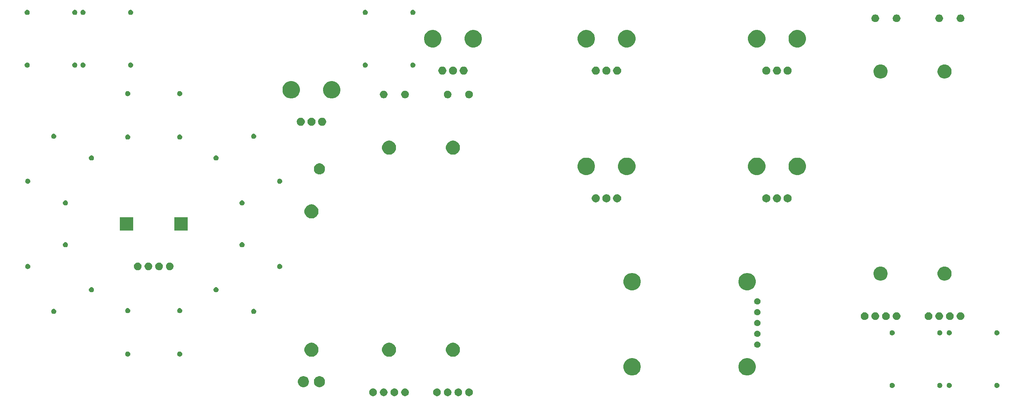
<source format=gbr>
G04 #@! TF.GenerationSoftware,KiCad,Pcbnew,(5.1.4-0-10_14)*
G04 #@! TF.CreationDate,2020-01-02T23:01:08+01:00*
G04 #@! TF.ProjectId,ProgrammerController,50726f67-7261-46d6-9d65-72436f6e7472,rev?*
G04 #@! TF.SameCoordinates,Original*
G04 #@! TF.FileFunction,Soldermask,Bot*
G04 #@! TF.FilePolarity,Negative*
%FSLAX46Y46*%
G04 Gerber Fmt 4.6, Leading zero omitted, Abs format (unit mm)*
G04 Created by KiCad (PCBNEW (5.1.4-0-10_14)) date 2020-01-02 23:01:08*
%MOMM*%
%LPD*%
G04 APERTURE LIST*
%ADD10C,0.100000*%
G04 APERTURE END LIST*
D10*
G36*
X153063512Y-137703927D02*
G01*
X153212812Y-137733624D01*
X153376784Y-137801544D01*
X153524354Y-137900147D01*
X153649853Y-138025646D01*
X153748456Y-138173216D01*
X153816376Y-138337188D01*
X153851000Y-138511259D01*
X153851000Y-138688741D01*
X153816376Y-138862812D01*
X153748456Y-139026784D01*
X153649853Y-139174354D01*
X153524354Y-139299853D01*
X153376784Y-139398456D01*
X153212812Y-139466376D01*
X153063512Y-139496073D01*
X153038742Y-139501000D01*
X152861258Y-139501000D01*
X152836488Y-139496073D01*
X152687188Y-139466376D01*
X152523216Y-139398456D01*
X152375646Y-139299853D01*
X152250147Y-139174354D01*
X152151544Y-139026784D01*
X152083624Y-138862812D01*
X152049000Y-138688741D01*
X152049000Y-138511259D01*
X152083624Y-138337188D01*
X152151544Y-138173216D01*
X152250147Y-138025646D01*
X152375646Y-137900147D01*
X152523216Y-137801544D01*
X152687188Y-137733624D01*
X152836488Y-137703927D01*
X152861258Y-137699000D01*
X153038742Y-137699000D01*
X153063512Y-137703927D01*
X153063512Y-137703927D01*
G37*
G36*
X150563512Y-137703927D02*
G01*
X150712812Y-137733624D01*
X150876784Y-137801544D01*
X151024354Y-137900147D01*
X151149853Y-138025646D01*
X151248456Y-138173216D01*
X151316376Y-138337188D01*
X151351000Y-138511259D01*
X151351000Y-138688741D01*
X151316376Y-138862812D01*
X151248456Y-139026784D01*
X151149853Y-139174354D01*
X151024354Y-139299853D01*
X150876784Y-139398456D01*
X150712812Y-139466376D01*
X150563512Y-139496073D01*
X150538742Y-139501000D01*
X150361258Y-139501000D01*
X150336488Y-139496073D01*
X150187188Y-139466376D01*
X150023216Y-139398456D01*
X149875646Y-139299853D01*
X149750147Y-139174354D01*
X149651544Y-139026784D01*
X149583624Y-138862812D01*
X149549000Y-138688741D01*
X149549000Y-138511259D01*
X149583624Y-138337188D01*
X149651544Y-138173216D01*
X149750147Y-138025646D01*
X149875646Y-137900147D01*
X150023216Y-137801544D01*
X150187188Y-137733624D01*
X150336488Y-137703927D01*
X150361258Y-137699000D01*
X150538742Y-137699000D01*
X150563512Y-137703927D01*
X150563512Y-137703927D01*
G37*
G36*
X148063512Y-137703927D02*
G01*
X148212812Y-137733624D01*
X148376784Y-137801544D01*
X148524354Y-137900147D01*
X148649853Y-138025646D01*
X148748456Y-138173216D01*
X148816376Y-138337188D01*
X148851000Y-138511259D01*
X148851000Y-138688741D01*
X148816376Y-138862812D01*
X148748456Y-139026784D01*
X148649853Y-139174354D01*
X148524354Y-139299853D01*
X148376784Y-139398456D01*
X148212812Y-139466376D01*
X148063512Y-139496073D01*
X148038742Y-139501000D01*
X147861258Y-139501000D01*
X147836488Y-139496073D01*
X147687188Y-139466376D01*
X147523216Y-139398456D01*
X147375646Y-139299853D01*
X147250147Y-139174354D01*
X147151544Y-139026784D01*
X147083624Y-138862812D01*
X147049000Y-138688741D01*
X147049000Y-138511259D01*
X147083624Y-138337188D01*
X147151544Y-138173216D01*
X147250147Y-138025646D01*
X147375646Y-137900147D01*
X147523216Y-137801544D01*
X147687188Y-137733624D01*
X147836488Y-137703927D01*
X147861258Y-137699000D01*
X148038742Y-137699000D01*
X148063512Y-137703927D01*
X148063512Y-137703927D01*
G37*
G36*
X145563512Y-137703927D02*
G01*
X145712812Y-137733624D01*
X145876784Y-137801544D01*
X146024354Y-137900147D01*
X146149853Y-138025646D01*
X146248456Y-138173216D01*
X146316376Y-138337188D01*
X146351000Y-138511259D01*
X146351000Y-138688741D01*
X146316376Y-138862812D01*
X146248456Y-139026784D01*
X146149853Y-139174354D01*
X146024354Y-139299853D01*
X145876784Y-139398456D01*
X145712812Y-139466376D01*
X145563512Y-139496073D01*
X145538742Y-139501000D01*
X145361258Y-139501000D01*
X145336488Y-139496073D01*
X145187188Y-139466376D01*
X145023216Y-139398456D01*
X144875646Y-139299853D01*
X144750147Y-139174354D01*
X144651544Y-139026784D01*
X144583624Y-138862812D01*
X144549000Y-138688741D01*
X144549000Y-138511259D01*
X144583624Y-138337188D01*
X144651544Y-138173216D01*
X144750147Y-138025646D01*
X144875646Y-137900147D01*
X145023216Y-137801544D01*
X145187188Y-137733624D01*
X145336488Y-137703927D01*
X145361258Y-137699000D01*
X145538742Y-137699000D01*
X145563512Y-137703927D01*
X145563512Y-137703927D01*
G37*
G36*
X138063512Y-137703927D02*
G01*
X138212812Y-137733624D01*
X138376784Y-137801544D01*
X138524354Y-137900147D01*
X138649853Y-138025646D01*
X138748456Y-138173216D01*
X138816376Y-138337188D01*
X138851000Y-138511259D01*
X138851000Y-138688741D01*
X138816376Y-138862812D01*
X138748456Y-139026784D01*
X138649853Y-139174354D01*
X138524354Y-139299853D01*
X138376784Y-139398456D01*
X138212812Y-139466376D01*
X138063512Y-139496073D01*
X138038742Y-139501000D01*
X137861258Y-139501000D01*
X137836488Y-139496073D01*
X137687188Y-139466376D01*
X137523216Y-139398456D01*
X137375646Y-139299853D01*
X137250147Y-139174354D01*
X137151544Y-139026784D01*
X137083624Y-138862812D01*
X137049000Y-138688741D01*
X137049000Y-138511259D01*
X137083624Y-138337188D01*
X137151544Y-138173216D01*
X137250147Y-138025646D01*
X137375646Y-137900147D01*
X137523216Y-137801544D01*
X137687188Y-137733624D01*
X137836488Y-137703927D01*
X137861258Y-137699000D01*
X138038742Y-137699000D01*
X138063512Y-137703927D01*
X138063512Y-137703927D01*
G37*
G36*
X135563512Y-137703927D02*
G01*
X135712812Y-137733624D01*
X135876784Y-137801544D01*
X136024354Y-137900147D01*
X136149853Y-138025646D01*
X136248456Y-138173216D01*
X136316376Y-138337188D01*
X136351000Y-138511259D01*
X136351000Y-138688741D01*
X136316376Y-138862812D01*
X136248456Y-139026784D01*
X136149853Y-139174354D01*
X136024354Y-139299853D01*
X135876784Y-139398456D01*
X135712812Y-139466376D01*
X135563512Y-139496073D01*
X135538742Y-139501000D01*
X135361258Y-139501000D01*
X135336488Y-139496073D01*
X135187188Y-139466376D01*
X135023216Y-139398456D01*
X134875646Y-139299853D01*
X134750147Y-139174354D01*
X134651544Y-139026784D01*
X134583624Y-138862812D01*
X134549000Y-138688741D01*
X134549000Y-138511259D01*
X134583624Y-138337188D01*
X134651544Y-138173216D01*
X134750147Y-138025646D01*
X134875646Y-137900147D01*
X135023216Y-137801544D01*
X135187188Y-137733624D01*
X135336488Y-137703927D01*
X135361258Y-137699000D01*
X135538742Y-137699000D01*
X135563512Y-137703927D01*
X135563512Y-137703927D01*
G37*
G36*
X133063512Y-137703927D02*
G01*
X133212812Y-137733624D01*
X133376784Y-137801544D01*
X133524354Y-137900147D01*
X133649853Y-138025646D01*
X133748456Y-138173216D01*
X133816376Y-138337188D01*
X133851000Y-138511259D01*
X133851000Y-138688741D01*
X133816376Y-138862812D01*
X133748456Y-139026784D01*
X133649853Y-139174354D01*
X133524354Y-139299853D01*
X133376784Y-139398456D01*
X133212812Y-139466376D01*
X133063512Y-139496073D01*
X133038742Y-139501000D01*
X132861258Y-139501000D01*
X132836488Y-139496073D01*
X132687188Y-139466376D01*
X132523216Y-139398456D01*
X132375646Y-139299853D01*
X132250147Y-139174354D01*
X132151544Y-139026784D01*
X132083624Y-138862812D01*
X132049000Y-138688741D01*
X132049000Y-138511259D01*
X132083624Y-138337188D01*
X132151544Y-138173216D01*
X132250147Y-138025646D01*
X132375646Y-137900147D01*
X132523216Y-137801544D01*
X132687188Y-137733624D01*
X132836488Y-137703927D01*
X132861258Y-137699000D01*
X133038742Y-137699000D01*
X133063512Y-137703927D01*
X133063512Y-137703927D01*
G37*
G36*
X130563512Y-137703927D02*
G01*
X130712812Y-137733624D01*
X130876784Y-137801544D01*
X131024354Y-137900147D01*
X131149853Y-138025646D01*
X131248456Y-138173216D01*
X131316376Y-138337188D01*
X131351000Y-138511259D01*
X131351000Y-138688741D01*
X131316376Y-138862812D01*
X131248456Y-139026784D01*
X131149853Y-139174354D01*
X131024354Y-139299853D01*
X130876784Y-139398456D01*
X130712812Y-139466376D01*
X130563512Y-139496073D01*
X130538742Y-139501000D01*
X130361258Y-139501000D01*
X130336488Y-139496073D01*
X130187188Y-139466376D01*
X130023216Y-139398456D01*
X129875646Y-139299853D01*
X129750147Y-139174354D01*
X129651544Y-139026784D01*
X129583624Y-138862812D01*
X129549000Y-138688741D01*
X129549000Y-138511259D01*
X129583624Y-138337188D01*
X129651544Y-138173216D01*
X129750147Y-138025646D01*
X129875646Y-137900147D01*
X130023216Y-137801544D01*
X130187188Y-137733624D01*
X130336488Y-137703927D01*
X130361258Y-137699000D01*
X130538742Y-137699000D01*
X130563512Y-137703927D01*
X130563512Y-137703927D01*
G37*
G36*
X276921601Y-136394397D02*
G01*
X276960305Y-136402096D01*
X276992340Y-136415365D01*
X277069680Y-136447400D01*
X277168115Y-136513173D01*
X277251827Y-136596885D01*
X277317600Y-136695320D01*
X277362904Y-136804696D01*
X277386000Y-136920805D01*
X277386000Y-137039195D01*
X277362904Y-137155304D01*
X277317600Y-137264680D01*
X277251827Y-137363115D01*
X277168115Y-137446827D01*
X277069680Y-137512600D01*
X276992340Y-137544635D01*
X276960305Y-137557904D01*
X276921601Y-137565603D01*
X276844195Y-137581000D01*
X276725805Y-137581000D01*
X276648399Y-137565603D01*
X276609695Y-137557904D01*
X276577660Y-137544635D01*
X276500320Y-137512600D01*
X276401885Y-137446827D01*
X276318173Y-137363115D01*
X276252400Y-137264680D01*
X276207096Y-137155304D01*
X276184000Y-137039195D01*
X276184000Y-136920805D01*
X276207096Y-136804696D01*
X276252400Y-136695320D01*
X276318173Y-136596885D01*
X276401885Y-136513173D01*
X276500320Y-136447400D01*
X276577660Y-136415365D01*
X276609695Y-136402096D01*
X276648399Y-136394397D01*
X276725805Y-136379000D01*
X276844195Y-136379000D01*
X276921601Y-136394397D01*
X276921601Y-136394397D01*
G37*
G36*
X265751601Y-136394397D02*
G01*
X265790305Y-136402096D01*
X265822340Y-136415365D01*
X265899680Y-136447400D01*
X265998115Y-136513173D01*
X266081827Y-136596885D01*
X266147600Y-136695320D01*
X266192904Y-136804696D01*
X266216000Y-136920805D01*
X266216000Y-137039195D01*
X266192904Y-137155304D01*
X266147600Y-137264680D01*
X266081827Y-137363115D01*
X265998115Y-137446827D01*
X265899680Y-137512600D01*
X265822340Y-137544635D01*
X265790305Y-137557904D01*
X265751601Y-137565603D01*
X265674195Y-137581000D01*
X265555805Y-137581000D01*
X265478399Y-137565603D01*
X265439695Y-137557904D01*
X265407660Y-137544635D01*
X265330320Y-137512600D01*
X265231885Y-137446827D01*
X265148173Y-137363115D01*
X265082400Y-137264680D01*
X265037096Y-137155304D01*
X265014000Y-137039195D01*
X265014000Y-136920805D01*
X265037096Y-136804696D01*
X265082400Y-136695320D01*
X265148173Y-136596885D01*
X265231885Y-136513173D01*
X265330320Y-136447400D01*
X265407660Y-136415365D01*
X265439695Y-136402096D01*
X265478399Y-136394397D01*
X265555805Y-136379000D01*
X265674195Y-136379000D01*
X265751601Y-136394397D01*
X265751601Y-136394397D01*
G37*
G36*
X263521601Y-136394397D02*
G01*
X263560305Y-136402096D01*
X263592340Y-136415365D01*
X263669680Y-136447400D01*
X263768115Y-136513173D01*
X263851827Y-136596885D01*
X263917600Y-136695320D01*
X263962904Y-136804696D01*
X263986000Y-136920805D01*
X263986000Y-137039195D01*
X263962904Y-137155304D01*
X263917600Y-137264680D01*
X263851827Y-137363115D01*
X263768115Y-137446827D01*
X263669680Y-137512600D01*
X263592340Y-137544635D01*
X263560305Y-137557904D01*
X263521601Y-137565603D01*
X263444195Y-137581000D01*
X263325805Y-137581000D01*
X263248399Y-137565603D01*
X263209695Y-137557904D01*
X263177660Y-137544635D01*
X263100320Y-137512600D01*
X263001885Y-137446827D01*
X262918173Y-137363115D01*
X262852400Y-137264680D01*
X262807096Y-137155304D01*
X262784000Y-137039195D01*
X262784000Y-136920805D01*
X262807096Y-136804696D01*
X262852400Y-136695320D01*
X262918173Y-136596885D01*
X263001885Y-136513173D01*
X263100320Y-136447400D01*
X263177660Y-136415365D01*
X263209695Y-136402096D01*
X263248399Y-136394397D01*
X263325805Y-136379000D01*
X263444195Y-136379000D01*
X263521601Y-136394397D01*
X263521601Y-136394397D01*
G37*
G36*
X252351601Y-136394397D02*
G01*
X252390305Y-136402096D01*
X252422340Y-136415365D01*
X252499680Y-136447400D01*
X252598115Y-136513173D01*
X252681827Y-136596885D01*
X252747600Y-136695320D01*
X252792904Y-136804696D01*
X252816000Y-136920805D01*
X252816000Y-137039195D01*
X252792904Y-137155304D01*
X252747600Y-137264680D01*
X252681827Y-137363115D01*
X252598115Y-137446827D01*
X252499680Y-137512600D01*
X252422340Y-137544635D01*
X252390305Y-137557904D01*
X252351601Y-137565603D01*
X252274195Y-137581000D01*
X252155805Y-137581000D01*
X252078399Y-137565603D01*
X252039695Y-137557904D01*
X252007660Y-137544635D01*
X251930320Y-137512600D01*
X251831885Y-137446827D01*
X251748173Y-137363115D01*
X251682400Y-137264680D01*
X251637096Y-137155304D01*
X251614000Y-137039195D01*
X251614000Y-136920805D01*
X251637096Y-136804696D01*
X251682400Y-136695320D01*
X251748173Y-136596885D01*
X251831885Y-136513173D01*
X251930320Y-136447400D01*
X252007660Y-136415365D01*
X252039695Y-136402096D01*
X252078399Y-136394397D01*
X252155805Y-136379000D01*
X252274195Y-136379000D01*
X252351601Y-136394397D01*
X252351601Y-136394397D01*
G37*
G36*
X118254487Y-134848996D02*
G01*
X118491253Y-134947068D01*
X118491255Y-134947069D01*
X118704339Y-135089447D01*
X118885553Y-135270661D01*
X119027932Y-135483747D01*
X119126004Y-135720513D01*
X119176000Y-135971861D01*
X119176000Y-136228139D01*
X119126004Y-136479487D01*
X119077376Y-136596885D01*
X119027931Y-136716255D01*
X118885553Y-136929339D01*
X118704339Y-137110553D01*
X118491255Y-137252931D01*
X118491254Y-137252932D01*
X118491253Y-137252932D01*
X118254487Y-137351004D01*
X118003139Y-137401000D01*
X117746861Y-137401000D01*
X117495513Y-137351004D01*
X117258747Y-137252932D01*
X117258746Y-137252932D01*
X117258745Y-137252931D01*
X117045661Y-137110553D01*
X116864447Y-136929339D01*
X116722069Y-136716255D01*
X116672624Y-136596885D01*
X116623996Y-136479487D01*
X116574000Y-136228139D01*
X116574000Y-135971861D01*
X116623996Y-135720513D01*
X116722068Y-135483747D01*
X116864447Y-135270661D01*
X117045661Y-135089447D01*
X117258745Y-134947069D01*
X117258747Y-134947068D01*
X117495513Y-134848996D01*
X117746861Y-134799000D01*
X118003139Y-134799000D01*
X118254487Y-134848996D01*
X118254487Y-134848996D01*
G37*
G36*
X114504487Y-134848996D02*
G01*
X114741253Y-134947068D01*
X114741255Y-134947069D01*
X114954339Y-135089447D01*
X115135553Y-135270661D01*
X115277932Y-135483747D01*
X115376004Y-135720513D01*
X115426000Y-135971861D01*
X115426000Y-136228139D01*
X115376004Y-136479487D01*
X115327376Y-136596885D01*
X115277931Y-136716255D01*
X115135553Y-136929339D01*
X114954339Y-137110553D01*
X114741255Y-137252931D01*
X114741254Y-137252932D01*
X114741253Y-137252932D01*
X114504487Y-137351004D01*
X114253139Y-137401000D01*
X113996861Y-137401000D01*
X113745513Y-137351004D01*
X113508747Y-137252932D01*
X113508746Y-137252932D01*
X113508745Y-137252931D01*
X113295661Y-137110553D01*
X113114447Y-136929339D01*
X112972069Y-136716255D01*
X112922624Y-136596885D01*
X112873996Y-136479487D01*
X112824000Y-136228139D01*
X112824000Y-135971861D01*
X112873996Y-135720513D01*
X112972068Y-135483747D01*
X113114447Y-135270661D01*
X113295661Y-135089447D01*
X113508745Y-134947069D01*
X113508747Y-134947068D01*
X113745513Y-134848996D01*
X113996861Y-134799000D01*
X114253139Y-134799000D01*
X114504487Y-134848996D01*
X114504487Y-134848996D01*
G37*
G36*
X191798254Y-130627818D02*
G01*
X192171511Y-130782426D01*
X192171513Y-130782427D01*
X192507436Y-131006884D01*
X192793116Y-131292564D01*
X193017574Y-131628489D01*
X193172182Y-132001746D01*
X193251000Y-132397993D01*
X193251000Y-132802007D01*
X193172182Y-133198254D01*
X193017574Y-133571511D01*
X193017573Y-133571513D01*
X192793116Y-133907436D01*
X192507436Y-134193116D01*
X192171513Y-134417573D01*
X192171512Y-134417574D01*
X192171511Y-134417574D01*
X191798254Y-134572182D01*
X191402007Y-134651000D01*
X190997993Y-134651000D01*
X190601746Y-134572182D01*
X190228489Y-134417574D01*
X190228488Y-134417574D01*
X190228487Y-134417573D01*
X189892564Y-134193116D01*
X189606884Y-133907436D01*
X189382427Y-133571513D01*
X189382426Y-133571511D01*
X189227818Y-133198254D01*
X189149000Y-132802007D01*
X189149000Y-132397993D01*
X189227818Y-132001746D01*
X189382426Y-131628489D01*
X189606884Y-131292564D01*
X189892564Y-131006884D01*
X190228487Y-130782427D01*
X190228489Y-130782426D01*
X190601746Y-130627818D01*
X190997993Y-130549000D01*
X191402007Y-130549000D01*
X191798254Y-130627818D01*
X191798254Y-130627818D01*
G37*
G36*
X218798254Y-130627818D02*
G01*
X219171511Y-130782426D01*
X219171513Y-130782427D01*
X219507436Y-131006884D01*
X219793116Y-131292564D01*
X220017574Y-131628489D01*
X220172182Y-132001746D01*
X220251000Y-132397993D01*
X220251000Y-132802007D01*
X220172182Y-133198254D01*
X220017574Y-133571511D01*
X220017573Y-133571513D01*
X219793116Y-133907436D01*
X219507436Y-134193116D01*
X219171513Y-134417573D01*
X219171512Y-134417574D01*
X219171511Y-134417574D01*
X218798254Y-134572182D01*
X218402007Y-134651000D01*
X217997993Y-134651000D01*
X217601746Y-134572182D01*
X217228489Y-134417574D01*
X217228488Y-134417574D01*
X217228487Y-134417573D01*
X216892564Y-134193116D01*
X216606884Y-133907436D01*
X216382427Y-133571513D01*
X216382426Y-133571511D01*
X216227818Y-133198254D01*
X216149000Y-132802007D01*
X216149000Y-132397993D01*
X216227818Y-132001746D01*
X216382426Y-131628489D01*
X216606884Y-131292564D01*
X216892564Y-131006884D01*
X217228487Y-130782427D01*
X217228489Y-130782426D01*
X217601746Y-130627818D01*
X217997993Y-130549000D01*
X218402007Y-130549000D01*
X218798254Y-130627818D01*
X218798254Y-130627818D01*
G37*
G36*
X116375256Y-126991298D02*
G01*
X116481579Y-127012447D01*
X116782042Y-127136903D01*
X117052451Y-127317585D01*
X117282415Y-127547549D01*
X117463097Y-127817958D01*
X117587553Y-128118421D01*
X117651000Y-128437391D01*
X117651000Y-128762609D01*
X117587553Y-129081579D01*
X117463097Y-129382042D01*
X117282415Y-129652451D01*
X117052451Y-129882415D01*
X116782042Y-130063097D01*
X116481579Y-130187553D01*
X116413976Y-130201000D01*
X116162611Y-130251000D01*
X115837389Y-130251000D01*
X115586024Y-130201000D01*
X115518421Y-130187553D01*
X115217958Y-130063097D01*
X114947549Y-129882415D01*
X114717585Y-129652451D01*
X114536903Y-129382042D01*
X114412447Y-129081579D01*
X114349000Y-128762609D01*
X114349000Y-128437391D01*
X114412447Y-128118421D01*
X114536903Y-127817958D01*
X114717585Y-127547549D01*
X114947549Y-127317585D01*
X115217958Y-127136903D01*
X115518421Y-127012447D01*
X115624744Y-126991298D01*
X115837389Y-126949000D01*
X116162611Y-126949000D01*
X116375256Y-126991298D01*
X116375256Y-126991298D01*
G37*
G36*
X149575256Y-126991298D02*
G01*
X149681579Y-127012447D01*
X149982042Y-127136903D01*
X150252451Y-127317585D01*
X150482415Y-127547549D01*
X150663097Y-127817958D01*
X150787553Y-128118421D01*
X150851000Y-128437391D01*
X150851000Y-128762609D01*
X150787553Y-129081579D01*
X150663097Y-129382042D01*
X150482415Y-129652451D01*
X150252451Y-129882415D01*
X149982042Y-130063097D01*
X149681579Y-130187553D01*
X149613976Y-130201000D01*
X149362611Y-130251000D01*
X149037389Y-130251000D01*
X148786024Y-130201000D01*
X148718421Y-130187553D01*
X148417958Y-130063097D01*
X148147549Y-129882415D01*
X147917585Y-129652451D01*
X147736903Y-129382042D01*
X147612447Y-129081579D01*
X147549000Y-128762609D01*
X147549000Y-128437391D01*
X147612447Y-128118421D01*
X147736903Y-127817958D01*
X147917585Y-127547549D01*
X148147549Y-127317585D01*
X148417958Y-127136903D01*
X148718421Y-127012447D01*
X148824744Y-126991298D01*
X149037389Y-126949000D01*
X149362611Y-126949000D01*
X149575256Y-126991298D01*
X149575256Y-126991298D01*
G37*
G36*
X134575256Y-126991298D02*
G01*
X134681579Y-127012447D01*
X134982042Y-127136903D01*
X135252451Y-127317585D01*
X135482415Y-127547549D01*
X135663097Y-127817958D01*
X135787553Y-128118421D01*
X135851000Y-128437391D01*
X135851000Y-128762609D01*
X135787553Y-129081579D01*
X135663097Y-129382042D01*
X135482415Y-129652451D01*
X135252451Y-129882415D01*
X134982042Y-130063097D01*
X134681579Y-130187553D01*
X134613976Y-130201000D01*
X134362611Y-130251000D01*
X134037389Y-130251000D01*
X133786024Y-130201000D01*
X133718421Y-130187553D01*
X133417958Y-130063097D01*
X133147549Y-129882415D01*
X132917585Y-129652451D01*
X132736903Y-129382042D01*
X132612447Y-129081579D01*
X132549000Y-128762609D01*
X132549000Y-128437391D01*
X132612447Y-128118421D01*
X132736903Y-127817958D01*
X132917585Y-127547549D01*
X133147549Y-127317585D01*
X133417958Y-127136903D01*
X133718421Y-127012447D01*
X133824744Y-126991298D01*
X134037389Y-126949000D01*
X134362611Y-126949000D01*
X134575256Y-126991298D01*
X134575256Y-126991298D01*
G37*
G36*
X73036601Y-129014397D02*
G01*
X73075305Y-129022096D01*
X73107340Y-129035365D01*
X73184680Y-129067400D01*
X73283115Y-129133173D01*
X73366827Y-129216885D01*
X73432600Y-129315320D01*
X73477904Y-129424696D01*
X73501000Y-129540805D01*
X73501000Y-129659195D01*
X73477904Y-129775304D01*
X73432600Y-129884680D01*
X73366827Y-129983115D01*
X73283115Y-130066827D01*
X73184680Y-130132600D01*
X73107340Y-130164635D01*
X73075305Y-130177904D01*
X73036601Y-130185603D01*
X72959195Y-130201000D01*
X72840805Y-130201000D01*
X72763399Y-130185603D01*
X72724695Y-130177904D01*
X72692660Y-130164635D01*
X72615320Y-130132600D01*
X72516885Y-130066827D01*
X72433173Y-129983115D01*
X72367400Y-129884680D01*
X72322096Y-129775304D01*
X72299000Y-129659195D01*
X72299000Y-129540805D01*
X72322096Y-129424696D01*
X72367400Y-129315320D01*
X72433173Y-129216885D01*
X72516885Y-129133173D01*
X72615320Y-129067400D01*
X72692660Y-129035365D01*
X72724695Y-129022096D01*
X72763399Y-129014397D01*
X72840805Y-128999000D01*
X72959195Y-128999000D01*
X73036601Y-129014397D01*
X73036601Y-129014397D01*
G37*
G36*
X85236601Y-129014397D02*
G01*
X85275305Y-129022096D01*
X85307340Y-129035365D01*
X85384680Y-129067400D01*
X85483115Y-129133173D01*
X85566827Y-129216885D01*
X85632600Y-129315320D01*
X85677904Y-129424696D01*
X85701000Y-129540805D01*
X85701000Y-129659195D01*
X85677904Y-129775304D01*
X85632600Y-129884680D01*
X85566827Y-129983115D01*
X85483115Y-130066827D01*
X85384680Y-130132600D01*
X85307340Y-130164635D01*
X85275305Y-130177904D01*
X85236601Y-130185603D01*
X85159195Y-130201000D01*
X85040805Y-130201000D01*
X84963399Y-130185603D01*
X84924695Y-130177904D01*
X84892660Y-130164635D01*
X84815320Y-130132600D01*
X84716885Y-130066827D01*
X84633173Y-129983115D01*
X84567400Y-129884680D01*
X84522096Y-129775304D01*
X84499000Y-129659195D01*
X84499000Y-129540805D01*
X84522096Y-129424696D01*
X84567400Y-129315320D01*
X84633173Y-129216885D01*
X84716885Y-129133173D01*
X84815320Y-129067400D01*
X84892660Y-129035365D01*
X84924695Y-129022096D01*
X84963399Y-129014397D01*
X85040805Y-128999000D01*
X85159195Y-128999000D01*
X85236601Y-129014397D01*
X85236601Y-129014397D01*
G37*
G36*
X220804059Y-126657860D02*
G01*
X220940732Y-126714472D01*
X221063735Y-126796660D01*
X221168340Y-126901265D01*
X221250528Y-127024268D01*
X221307140Y-127160941D01*
X221336000Y-127306033D01*
X221336000Y-127453967D01*
X221307140Y-127599059D01*
X221250528Y-127735732D01*
X221168340Y-127858735D01*
X221063735Y-127963340D01*
X220940732Y-128045528D01*
X220940731Y-128045529D01*
X220940730Y-128045529D01*
X220804059Y-128102140D01*
X220658968Y-128131000D01*
X220511032Y-128131000D01*
X220365941Y-128102140D01*
X220229270Y-128045529D01*
X220229269Y-128045529D01*
X220229268Y-128045528D01*
X220106265Y-127963340D01*
X220001660Y-127858735D01*
X219919472Y-127735732D01*
X219862860Y-127599059D01*
X219834000Y-127453967D01*
X219834000Y-127306033D01*
X219862860Y-127160941D01*
X219919472Y-127024268D01*
X220001660Y-126901265D01*
X220106265Y-126796660D01*
X220229268Y-126714472D01*
X220365941Y-126657860D01*
X220511032Y-126629000D01*
X220658968Y-126629000D01*
X220804059Y-126657860D01*
X220804059Y-126657860D01*
G37*
G36*
X220804059Y-124117860D02*
G01*
X220940732Y-124174472D01*
X221063735Y-124256660D01*
X221168340Y-124361265D01*
X221168341Y-124361267D01*
X221250529Y-124484270D01*
X221307140Y-124620941D01*
X221336000Y-124766032D01*
X221336000Y-124913968D01*
X221307140Y-125059059D01*
X221253771Y-125187904D01*
X221250528Y-125195732D01*
X221168340Y-125318735D01*
X221063735Y-125423340D01*
X220940732Y-125505528D01*
X220940731Y-125505529D01*
X220940730Y-125505529D01*
X220804059Y-125562140D01*
X220658968Y-125591000D01*
X220511032Y-125591000D01*
X220365941Y-125562140D01*
X220229270Y-125505529D01*
X220229269Y-125505529D01*
X220229268Y-125505528D01*
X220106265Y-125423340D01*
X220001660Y-125318735D01*
X219919472Y-125195732D01*
X219916230Y-125187904D01*
X219862860Y-125059059D01*
X219834000Y-124913968D01*
X219834000Y-124766032D01*
X219862860Y-124620941D01*
X219919471Y-124484270D01*
X220001659Y-124361267D01*
X220001660Y-124361265D01*
X220106265Y-124256660D01*
X220229268Y-124174472D01*
X220365941Y-124117860D01*
X220511032Y-124089000D01*
X220658968Y-124089000D01*
X220804059Y-124117860D01*
X220804059Y-124117860D01*
G37*
G36*
X263521601Y-124024397D02*
G01*
X263560305Y-124032096D01*
X263592340Y-124045365D01*
X263669680Y-124077400D01*
X263768115Y-124143173D01*
X263851827Y-124226885D01*
X263917600Y-124325320D01*
X263962904Y-124434696D01*
X263986000Y-124550805D01*
X263986000Y-124669195D01*
X263962904Y-124785304D01*
X263917600Y-124894680D01*
X263851827Y-124993115D01*
X263768115Y-125076827D01*
X263669680Y-125142600D01*
X263592340Y-125174635D01*
X263560305Y-125187904D01*
X263521601Y-125195603D01*
X263444195Y-125211000D01*
X263325805Y-125211000D01*
X263248399Y-125195603D01*
X263209695Y-125187904D01*
X263177660Y-125174635D01*
X263100320Y-125142600D01*
X263001885Y-125076827D01*
X262918173Y-124993115D01*
X262852400Y-124894680D01*
X262807096Y-124785304D01*
X262784000Y-124669195D01*
X262784000Y-124550805D01*
X262807096Y-124434696D01*
X262852400Y-124325320D01*
X262918173Y-124226885D01*
X263001885Y-124143173D01*
X263100320Y-124077400D01*
X263177660Y-124045365D01*
X263209695Y-124032096D01*
X263248399Y-124024397D01*
X263325805Y-124009000D01*
X263444195Y-124009000D01*
X263521601Y-124024397D01*
X263521601Y-124024397D01*
G37*
G36*
X252351601Y-124024397D02*
G01*
X252390305Y-124032096D01*
X252422340Y-124045365D01*
X252499680Y-124077400D01*
X252598115Y-124143173D01*
X252681827Y-124226885D01*
X252747600Y-124325320D01*
X252792904Y-124434696D01*
X252816000Y-124550805D01*
X252816000Y-124669195D01*
X252792904Y-124785304D01*
X252747600Y-124894680D01*
X252681827Y-124993115D01*
X252598115Y-125076827D01*
X252499680Y-125142600D01*
X252422340Y-125174635D01*
X252390305Y-125187904D01*
X252351601Y-125195603D01*
X252274195Y-125211000D01*
X252155805Y-125211000D01*
X252078399Y-125195603D01*
X252039695Y-125187904D01*
X252007660Y-125174635D01*
X251930320Y-125142600D01*
X251831885Y-125076827D01*
X251748173Y-124993115D01*
X251682400Y-124894680D01*
X251637096Y-124785304D01*
X251614000Y-124669195D01*
X251614000Y-124550805D01*
X251637096Y-124434696D01*
X251682400Y-124325320D01*
X251748173Y-124226885D01*
X251831885Y-124143173D01*
X251930320Y-124077400D01*
X252007660Y-124045365D01*
X252039695Y-124032096D01*
X252078399Y-124024397D01*
X252155805Y-124009000D01*
X252274195Y-124009000D01*
X252351601Y-124024397D01*
X252351601Y-124024397D01*
G37*
G36*
X276921601Y-124024397D02*
G01*
X276960305Y-124032096D01*
X276992340Y-124045365D01*
X277069680Y-124077400D01*
X277168115Y-124143173D01*
X277251827Y-124226885D01*
X277317600Y-124325320D01*
X277362904Y-124434696D01*
X277386000Y-124550805D01*
X277386000Y-124669195D01*
X277362904Y-124785304D01*
X277317600Y-124894680D01*
X277251827Y-124993115D01*
X277168115Y-125076827D01*
X277069680Y-125142600D01*
X276992340Y-125174635D01*
X276960305Y-125187904D01*
X276921601Y-125195603D01*
X276844195Y-125211000D01*
X276725805Y-125211000D01*
X276648399Y-125195603D01*
X276609695Y-125187904D01*
X276577660Y-125174635D01*
X276500320Y-125142600D01*
X276401885Y-125076827D01*
X276318173Y-124993115D01*
X276252400Y-124894680D01*
X276207096Y-124785304D01*
X276184000Y-124669195D01*
X276184000Y-124550805D01*
X276207096Y-124434696D01*
X276252400Y-124325320D01*
X276318173Y-124226885D01*
X276401885Y-124143173D01*
X276500320Y-124077400D01*
X276577660Y-124045365D01*
X276609695Y-124032096D01*
X276648399Y-124024397D01*
X276725805Y-124009000D01*
X276844195Y-124009000D01*
X276921601Y-124024397D01*
X276921601Y-124024397D01*
G37*
G36*
X265751601Y-124024397D02*
G01*
X265790305Y-124032096D01*
X265822340Y-124045365D01*
X265899680Y-124077400D01*
X265998115Y-124143173D01*
X266081827Y-124226885D01*
X266147600Y-124325320D01*
X266192904Y-124434696D01*
X266216000Y-124550805D01*
X266216000Y-124669195D01*
X266192904Y-124785304D01*
X266147600Y-124894680D01*
X266081827Y-124993115D01*
X265998115Y-125076827D01*
X265899680Y-125142600D01*
X265822340Y-125174635D01*
X265790305Y-125187904D01*
X265751601Y-125195603D01*
X265674195Y-125211000D01*
X265555805Y-125211000D01*
X265478399Y-125195603D01*
X265439695Y-125187904D01*
X265407660Y-125174635D01*
X265330320Y-125142600D01*
X265231885Y-125076827D01*
X265148173Y-124993115D01*
X265082400Y-124894680D01*
X265037096Y-124785304D01*
X265014000Y-124669195D01*
X265014000Y-124550805D01*
X265037096Y-124434696D01*
X265082400Y-124325320D01*
X265148173Y-124226885D01*
X265231885Y-124143173D01*
X265330320Y-124077400D01*
X265407660Y-124045365D01*
X265439695Y-124032096D01*
X265478399Y-124024397D01*
X265555805Y-124009000D01*
X265674195Y-124009000D01*
X265751601Y-124024397D01*
X265751601Y-124024397D01*
G37*
G36*
X220746319Y-121566375D02*
G01*
X220804059Y-121577860D01*
X220940732Y-121634472D01*
X221063735Y-121716660D01*
X221168340Y-121821265D01*
X221250528Y-121944268D01*
X221307140Y-122080941D01*
X221336000Y-122226033D01*
X221336000Y-122373967D01*
X221307140Y-122519059D01*
X221250528Y-122655732D01*
X221168340Y-122778735D01*
X221063735Y-122883340D01*
X220940732Y-122965528D01*
X220940731Y-122965529D01*
X220940730Y-122965529D01*
X220804059Y-123022140D01*
X220658968Y-123051000D01*
X220511032Y-123051000D01*
X220365941Y-123022140D01*
X220229270Y-122965529D01*
X220229269Y-122965529D01*
X220229268Y-122965528D01*
X220106265Y-122883340D01*
X220001660Y-122778735D01*
X219919472Y-122655732D01*
X219862860Y-122519059D01*
X219834000Y-122373967D01*
X219834000Y-122226033D01*
X219862860Y-122080941D01*
X219919472Y-121944268D01*
X220001660Y-121821265D01*
X220106265Y-121716660D01*
X220229268Y-121634472D01*
X220365941Y-121577860D01*
X220423681Y-121566375D01*
X220511032Y-121549000D01*
X220658968Y-121549000D01*
X220746319Y-121566375D01*
X220746319Y-121566375D01*
G37*
G36*
X245863512Y-119803927D02*
G01*
X246012812Y-119833624D01*
X246176784Y-119901544D01*
X246324354Y-120000147D01*
X246449853Y-120125646D01*
X246548456Y-120273216D01*
X246616376Y-120437188D01*
X246651000Y-120611259D01*
X246651000Y-120788741D01*
X246616376Y-120962812D01*
X246548456Y-121126784D01*
X246449853Y-121274354D01*
X246324354Y-121399853D01*
X246176784Y-121498456D01*
X246012812Y-121566376D01*
X245863512Y-121596073D01*
X245838742Y-121601000D01*
X245661258Y-121601000D01*
X245636488Y-121596073D01*
X245487188Y-121566376D01*
X245323216Y-121498456D01*
X245175646Y-121399853D01*
X245050147Y-121274354D01*
X244951544Y-121126784D01*
X244883624Y-120962812D01*
X244849000Y-120788741D01*
X244849000Y-120611259D01*
X244883624Y-120437188D01*
X244951544Y-120273216D01*
X245050147Y-120125646D01*
X245175646Y-120000147D01*
X245323216Y-119901544D01*
X245487188Y-119833624D01*
X245636488Y-119803927D01*
X245661258Y-119799000D01*
X245838742Y-119799000D01*
X245863512Y-119803927D01*
X245863512Y-119803927D01*
G37*
G36*
X250863512Y-119803927D02*
G01*
X251012812Y-119833624D01*
X251176784Y-119901544D01*
X251324354Y-120000147D01*
X251449853Y-120125646D01*
X251548456Y-120273216D01*
X251616376Y-120437188D01*
X251651000Y-120611259D01*
X251651000Y-120788741D01*
X251616376Y-120962812D01*
X251548456Y-121126784D01*
X251449853Y-121274354D01*
X251324354Y-121399853D01*
X251176784Y-121498456D01*
X251012812Y-121566376D01*
X250863512Y-121596073D01*
X250838742Y-121601000D01*
X250661258Y-121601000D01*
X250636488Y-121596073D01*
X250487188Y-121566376D01*
X250323216Y-121498456D01*
X250175646Y-121399853D01*
X250050147Y-121274354D01*
X249951544Y-121126784D01*
X249883624Y-120962812D01*
X249849000Y-120788741D01*
X249849000Y-120611259D01*
X249883624Y-120437188D01*
X249951544Y-120273216D01*
X250050147Y-120125646D01*
X250175646Y-120000147D01*
X250323216Y-119901544D01*
X250487188Y-119833624D01*
X250636488Y-119803927D01*
X250661258Y-119799000D01*
X250838742Y-119799000D01*
X250863512Y-119803927D01*
X250863512Y-119803927D01*
G37*
G36*
X253363512Y-119803927D02*
G01*
X253512812Y-119833624D01*
X253676784Y-119901544D01*
X253824354Y-120000147D01*
X253949853Y-120125646D01*
X254048456Y-120273216D01*
X254116376Y-120437188D01*
X254151000Y-120611259D01*
X254151000Y-120788741D01*
X254116376Y-120962812D01*
X254048456Y-121126784D01*
X253949853Y-121274354D01*
X253824354Y-121399853D01*
X253676784Y-121498456D01*
X253512812Y-121566376D01*
X253363512Y-121596073D01*
X253338742Y-121601000D01*
X253161258Y-121601000D01*
X253136488Y-121596073D01*
X252987188Y-121566376D01*
X252823216Y-121498456D01*
X252675646Y-121399853D01*
X252550147Y-121274354D01*
X252451544Y-121126784D01*
X252383624Y-120962812D01*
X252349000Y-120788741D01*
X252349000Y-120611259D01*
X252383624Y-120437188D01*
X252451544Y-120273216D01*
X252550147Y-120125646D01*
X252675646Y-120000147D01*
X252823216Y-119901544D01*
X252987188Y-119833624D01*
X253136488Y-119803927D01*
X253161258Y-119799000D01*
X253338742Y-119799000D01*
X253363512Y-119803927D01*
X253363512Y-119803927D01*
G37*
G36*
X248363512Y-119803927D02*
G01*
X248512812Y-119833624D01*
X248676784Y-119901544D01*
X248824354Y-120000147D01*
X248949853Y-120125646D01*
X249048456Y-120273216D01*
X249116376Y-120437188D01*
X249151000Y-120611259D01*
X249151000Y-120788741D01*
X249116376Y-120962812D01*
X249048456Y-121126784D01*
X248949853Y-121274354D01*
X248824354Y-121399853D01*
X248676784Y-121498456D01*
X248512812Y-121566376D01*
X248363512Y-121596073D01*
X248338742Y-121601000D01*
X248161258Y-121601000D01*
X248136488Y-121596073D01*
X247987188Y-121566376D01*
X247823216Y-121498456D01*
X247675646Y-121399853D01*
X247550147Y-121274354D01*
X247451544Y-121126784D01*
X247383624Y-120962812D01*
X247349000Y-120788741D01*
X247349000Y-120611259D01*
X247383624Y-120437188D01*
X247451544Y-120273216D01*
X247550147Y-120125646D01*
X247675646Y-120000147D01*
X247823216Y-119901544D01*
X247987188Y-119833624D01*
X248136488Y-119803927D01*
X248161258Y-119799000D01*
X248338742Y-119799000D01*
X248363512Y-119803927D01*
X248363512Y-119803927D01*
G37*
G36*
X268363512Y-119803927D02*
G01*
X268512812Y-119833624D01*
X268676784Y-119901544D01*
X268824354Y-120000147D01*
X268949853Y-120125646D01*
X269048456Y-120273216D01*
X269116376Y-120437188D01*
X269151000Y-120611259D01*
X269151000Y-120788741D01*
X269116376Y-120962812D01*
X269048456Y-121126784D01*
X268949853Y-121274354D01*
X268824354Y-121399853D01*
X268676784Y-121498456D01*
X268512812Y-121566376D01*
X268363512Y-121596073D01*
X268338742Y-121601000D01*
X268161258Y-121601000D01*
X268136488Y-121596073D01*
X267987188Y-121566376D01*
X267823216Y-121498456D01*
X267675646Y-121399853D01*
X267550147Y-121274354D01*
X267451544Y-121126784D01*
X267383624Y-120962812D01*
X267349000Y-120788741D01*
X267349000Y-120611259D01*
X267383624Y-120437188D01*
X267451544Y-120273216D01*
X267550147Y-120125646D01*
X267675646Y-120000147D01*
X267823216Y-119901544D01*
X267987188Y-119833624D01*
X268136488Y-119803927D01*
X268161258Y-119799000D01*
X268338742Y-119799000D01*
X268363512Y-119803927D01*
X268363512Y-119803927D01*
G37*
G36*
X265863512Y-119803927D02*
G01*
X266012812Y-119833624D01*
X266176784Y-119901544D01*
X266324354Y-120000147D01*
X266449853Y-120125646D01*
X266548456Y-120273216D01*
X266616376Y-120437188D01*
X266651000Y-120611259D01*
X266651000Y-120788741D01*
X266616376Y-120962812D01*
X266548456Y-121126784D01*
X266449853Y-121274354D01*
X266324354Y-121399853D01*
X266176784Y-121498456D01*
X266012812Y-121566376D01*
X265863512Y-121596073D01*
X265838742Y-121601000D01*
X265661258Y-121601000D01*
X265636488Y-121596073D01*
X265487188Y-121566376D01*
X265323216Y-121498456D01*
X265175646Y-121399853D01*
X265050147Y-121274354D01*
X264951544Y-121126784D01*
X264883624Y-120962812D01*
X264849000Y-120788741D01*
X264849000Y-120611259D01*
X264883624Y-120437188D01*
X264951544Y-120273216D01*
X265050147Y-120125646D01*
X265175646Y-120000147D01*
X265323216Y-119901544D01*
X265487188Y-119833624D01*
X265636488Y-119803927D01*
X265661258Y-119799000D01*
X265838742Y-119799000D01*
X265863512Y-119803927D01*
X265863512Y-119803927D01*
G37*
G36*
X260863512Y-119803927D02*
G01*
X261012812Y-119833624D01*
X261176784Y-119901544D01*
X261324354Y-120000147D01*
X261449853Y-120125646D01*
X261548456Y-120273216D01*
X261616376Y-120437188D01*
X261651000Y-120611259D01*
X261651000Y-120788741D01*
X261616376Y-120962812D01*
X261548456Y-121126784D01*
X261449853Y-121274354D01*
X261324354Y-121399853D01*
X261176784Y-121498456D01*
X261012812Y-121566376D01*
X260863512Y-121596073D01*
X260838742Y-121601000D01*
X260661258Y-121601000D01*
X260636488Y-121596073D01*
X260487188Y-121566376D01*
X260323216Y-121498456D01*
X260175646Y-121399853D01*
X260050147Y-121274354D01*
X259951544Y-121126784D01*
X259883624Y-120962812D01*
X259849000Y-120788741D01*
X259849000Y-120611259D01*
X259883624Y-120437188D01*
X259951544Y-120273216D01*
X260050147Y-120125646D01*
X260175646Y-120000147D01*
X260323216Y-119901544D01*
X260487188Y-119833624D01*
X260636488Y-119803927D01*
X260661258Y-119799000D01*
X260838742Y-119799000D01*
X260863512Y-119803927D01*
X260863512Y-119803927D01*
G37*
G36*
X263363512Y-119803927D02*
G01*
X263512812Y-119833624D01*
X263676784Y-119901544D01*
X263824354Y-120000147D01*
X263949853Y-120125646D01*
X264048456Y-120273216D01*
X264116376Y-120437188D01*
X264151000Y-120611259D01*
X264151000Y-120788741D01*
X264116376Y-120962812D01*
X264048456Y-121126784D01*
X263949853Y-121274354D01*
X263824354Y-121399853D01*
X263676784Y-121498456D01*
X263512812Y-121566376D01*
X263363512Y-121596073D01*
X263338742Y-121601000D01*
X263161258Y-121601000D01*
X263136488Y-121596073D01*
X262987188Y-121566376D01*
X262823216Y-121498456D01*
X262675646Y-121399853D01*
X262550147Y-121274354D01*
X262451544Y-121126784D01*
X262383624Y-120962812D01*
X262349000Y-120788741D01*
X262349000Y-120611259D01*
X262383624Y-120437188D01*
X262451544Y-120273216D01*
X262550147Y-120125646D01*
X262675646Y-120000147D01*
X262823216Y-119901544D01*
X262987188Y-119833624D01*
X263136488Y-119803927D01*
X263161258Y-119799000D01*
X263338742Y-119799000D01*
X263363512Y-119803927D01*
X263363512Y-119803927D01*
G37*
G36*
X220804059Y-119037860D02*
G01*
X220940732Y-119094472D01*
X221063735Y-119176660D01*
X221168340Y-119281265D01*
X221250528Y-119404268D01*
X221250529Y-119404270D01*
X221273279Y-119459193D01*
X221307140Y-119540941D01*
X221336000Y-119686033D01*
X221336000Y-119833967D01*
X221307140Y-119979059D01*
X221250528Y-120115732D01*
X221168340Y-120238735D01*
X221063735Y-120343340D01*
X220940732Y-120425528D01*
X220940731Y-120425529D01*
X220940730Y-120425529D01*
X220804059Y-120482140D01*
X220658968Y-120511000D01*
X220511032Y-120511000D01*
X220365941Y-120482140D01*
X220229270Y-120425529D01*
X220229269Y-120425529D01*
X220229268Y-120425528D01*
X220106265Y-120343340D01*
X220001660Y-120238735D01*
X219919472Y-120115732D01*
X219862860Y-119979059D01*
X219834000Y-119833967D01*
X219834000Y-119686033D01*
X219862860Y-119540941D01*
X219896721Y-119459193D01*
X219919471Y-119404270D01*
X219919472Y-119404268D01*
X220001660Y-119281265D01*
X220106265Y-119176660D01*
X220229268Y-119094472D01*
X220365941Y-119037860D01*
X220511032Y-119009000D01*
X220658968Y-119009000D01*
X220804059Y-119037860D01*
X220804059Y-119037860D01*
G37*
G36*
X102584292Y-118997152D02*
G01*
X102622996Y-119004851D01*
X102633012Y-119009000D01*
X102732371Y-119050155D01*
X102830806Y-119115928D01*
X102914518Y-119199640D01*
X102980291Y-119298075D01*
X103012326Y-119375415D01*
X103024278Y-119404270D01*
X103025595Y-119407451D01*
X103048691Y-119523560D01*
X103048691Y-119641950D01*
X103025595Y-119758059D01*
X102980291Y-119867435D01*
X102914518Y-119965870D01*
X102830806Y-120049582D01*
X102732371Y-120115355D01*
X102655031Y-120147390D01*
X102622996Y-120160659D01*
X102584292Y-120168358D01*
X102506886Y-120183755D01*
X102388496Y-120183755D01*
X102311090Y-120168358D01*
X102272386Y-120160659D01*
X102240351Y-120147390D01*
X102163011Y-120115355D01*
X102064576Y-120049582D01*
X101980864Y-119965870D01*
X101915091Y-119867435D01*
X101869787Y-119758059D01*
X101846691Y-119641950D01*
X101846691Y-119523560D01*
X101869787Y-119407451D01*
X101871105Y-119404270D01*
X101883056Y-119375415D01*
X101915091Y-119298075D01*
X101980864Y-119199640D01*
X102064576Y-119115928D01*
X102163011Y-119050155D01*
X102262370Y-119009000D01*
X102272386Y-119004851D01*
X102311090Y-118997152D01*
X102388496Y-118981755D01*
X102506886Y-118981755D01*
X102584292Y-118997152D01*
X102584292Y-118997152D01*
G37*
G36*
X55688910Y-118997152D02*
G01*
X55727614Y-119004851D01*
X55737630Y-119009000D01*
X55836989Y-119050155D01*
X55935424Y-119115928D01*
X56019136Y-119199640D01*
X56084909Y-119298075D01*
X56116944Y-119375415D01*
X56128896Y-119404270D01*
X56130213Y-119407451D01*
X56153309Y-119523560D01*
X56153309Y-119641950D01*
X56130213Y-119758059D01*
X56084909Y-119867435D01*
X56019136Y-119965870D01*
X55935424Y-120049582D01*
X55836989Y-120115355D01*
X55759649Y-120147390D01*
X55727614Y-120160659D01*
X55688910Y-120168358D01*
X55611504Y-120183755D01*
X55493114Y-120183755D01*
X55415708Y-120168358D01*
X55377004Y-120160659D01*
X55344969Y-120147390D01*
X55267629Y-120115355D01*
X55169194Y-120049582D01*
X55085482Y-119965870D01*
X55019709Y-119867435D01*
X54974405Y-119758059D01*
X54951309Y-119641950D01*
X54951309Y-119523560D01*
X54974405Y-119407451D01*
X54975723Y-119404270D01*
X54987674Y-119375415D01*
X55019709Y-119298075D01*
X55085482Y-119199640D01*
X55169194Y-119115928D01*
X55267629Y-119050155D01*
X55366988Y-119009000D01*
X55377004Y-119004851D01*
X55415708Y-118997152D01*
X55493114Y-118981755D01*
X55611504Y-118981755D01*
X55688910Y-118997152D01*
X55688910Y-118997152D01*
G37*
G36*
X85236601Y-118814397D02*
G01*
X85275305Y-118822096D01*
X85307340Y-118835365D01*
X85384680Y-118867400D01*
X85483115Y-118933173D01*
X85566827Y-119016885D01*
X85632600Y-119115320D01*
X85677904Y-119224696D01*
X85701000Y-119340805D01*
X85701000Y-119459195D01*
X85677904Y-119575304D01*
X85632600Y-119684680D01*
X85566827Y-119783115D01*
X85483115Y-119866827D01*
X85384680Y-119932600D01*
X85307340Y-119964635D01*
X85275305Y-119977904D01*
X85269498Y-119979059D01*
X85159195Y-120001000D01*
X85040805Y-120001000D01*
X84930502Y-119979059D01*
X84924695Y-119977904D01*
X84892660Y-119964635D01*
X84815320Y-119932600D01*
X84716885Y-119866827D01*
X84633173Y-119783115D01*
X84567400Y-119684680D01*
X84522096Y-119575304D01*
X84499000Y-119459195D01*
X84499000Y-119340805D01*
X84522096Y-119224696D01*
X84567400Y-119115320D01*
X84633173Y-119016885D01*
X84716885Y-118933173D01*
X84815320Y-118867400D01*
X84892660Y-118835365D01*
X84924695Y-118822096D01*
X84963399Y-118814397D01*
X85040805Y-118799000D01*
X85159195Y-118799000D01*
X85236601Y-118814397D01*
X85236601Y-118814397D01*
G37*
G36*
X73036601Y-118814397D02*
G01*
X73075305Y-118822096D01*
X73107340Y-118835365D01*
X73184680Y-118867400D01*
X73283115Y-118933173D01*
X73366827Y-119016885D01*
X73432600Y-119115320D01*
X73477904Y-119224696D01*
X73501000Y-119340805D01*
X73501000Y-119459195D01*
X73477904Y-119575304D01*
X73432600Y-119684680D01*
X73366827Y-119783115D01*
X73283115Y-119866827D01*
X73184680Y-119932600D01*
X73107340Y-119964635D01*
X73075305Y-119977904D01*
X73069498Y-119979059D01*
X72959195Y-120001000D01*
X72840805Y-120001000D01*
X72730502Y-119979059D01*
X72724695Y-119977904D01*
X72692660Y-119964635D01*
X72615320Y-119932600D01*
X72516885Y-119866827D01*
X72433173Y-119783115D01*
X72367400Y-119684680D01*
X72322096Y-119575304D01*
X72299000Y-119459195D01*
X72299000Y-119340805D01*
X72322096Y-119224696D01*
X72367400Y-119115320D01*
X72433173Y-119016885D01*
X72516885Y-118933173D01*
X72615320Y-118867400D01*
X72692660Y-118835365D01*
X72724695Y-118822096D01*
X72763399Y-118814397D01*
X72840805Y-118799000D01*
X72959195Y-118799000D01*
X73036601Y-118814397D01*
X73036601Y-118814397D01*
G37*
G36*
X220804059Y-116497860D02*
G01*
X220940732Y-116554472D01*
X221063735Y-116636660D01*
X221168340Y-116741265D01*
X221250528Y-116864268D01*
X221307140Y-117000941D01*
X221336000Y-117146033D01*
X221336000Y-117293967D01*
X221307140Y-117439059D01*
X221250528Y-117575732D01*
X221168340Y-117698735D01*
X221063735Y-117803340D01*
X220940732Y-117885528D01*
X220940731Y-117885529D01*
X220940730Y-117885529D01*
X220804059Y-117942140D01*
X220658968Y-117971000D01*
X220511032Y-117971000D01*
X220365941Y-117942140D01*
X220229270Y-117885529D01*
X220229269Y-117885529D01*
X220229268Y-117885528D01*
X220106265Y-117803340D01*
X220001660Y-117698735D01*
X219919472Y-117575732D01*
X219862860Y-117439059D01*
X219834000Y-117293967D01*
X219834000Y-117146033D01*
X219862860Y-117000941D01*
X219919472Y-116864268D01*
X220001660Y-116741265D01*
X220106265Y-116636660D01*
X220229268Y-116554472D01*
X220365941Y-116497860D01*
X220511032Y-116469000D01*
X220658968Y-116469000D01*
X220804059Y-116497860D01*
X220804059Y-116497860D01*
G37*
G36*
X93750833Y-113897152D02*
G01*
X93789537Y-113904851D01*
X93821572Y-113918120D01*
X93898912Y-113950155D01*
X93997347Y-114015928D01*
X94081059Y-114099640D01*
X94146832Y-114198075D01*
X94192136Y-114307451D01*
X94215232Y-114423560D01*
X94215232Y-114541950D01*
X94192136Y-114658059D01*
X94146832Y-114767435D01*
X94081059Y-114865870D01*
X93997347Y-114949582D01*
X93898912Y-115015355D01*
X93821572Y-115047390D01*
X93789537Y-115060659D01*
X93750833Y-115068358D01*
X93673427Y-115083755D01*
X93555037Y-115083755D01*
X93477631Y-115068358D01*
X93438927Y-115060659D01*
X93406892Y-115047390D01*
X93329552Y-115015355D01*
X93231117Y-114949582D01*
X93147405Y-114865870D01*
X93081632Y-114767435D01*
X93036328Y-114658059D01*
X93013232Y-114541950D01*
X93013232Y-114423560D01*
X93036328Y-114307451D01*
X93081632Y-114198075D01*
X93147405Y-114099640D01*
X93231117Y-114015928D01*
X93329552Y-113950155D01*
X93406892Y-113918120D01*
X93438927Y-113904851D01*
X93477631Y-113897152D01*
X93555037Y-113881755D01*
X93673427Y-113881755D01*
X93750833Y-113897152D01*
X93750833Y-113897152D01*
G37*
G36*
X64522369Y-113897152D02*
G01*
X64561073Y-113904851D01*
X64593108Y-113918120D01*
X64670448Y-113950155D01*
X64768883Y-114015928D01*
X64852595Y-114099640D01*
X64918368Y-114198075D01*
X64963672Y-114307451D01*
X64986768Y-114423560D01*
X64986768Y-114541950D01*
X64963672Y-114658059D01*
X64918368Y-114767435D01*
X64852595Y-114865870D01*
X64768883Y-114949582D01*
X64670448Y-115015355D01*
X64593108Y-115047390D01*
X64561073Y-115060659D01*
X64522369Y-115068358D01*
X64444963Y-115083755D01*
X64326573Y-115083755D01*
X64249167Y-115068358D01*
X64210463Y-115060659D01*
X64178428Y-115047390D01*
X64101088Y-115015355D01*
X64002653Y-114949582D01*
X63918941Y-114865870D01*
X63853168Y-114767435D01*
X63807864Y-114658059D01*
X63784768Y-114541950D01*
X63784768Y-114423560D01*
X63807864Y-114307451D01*
X63853168Y-114198075D01*
X63918941Y-114099640D01*
X64002653Y-114015928D01*
X64101088Y-113950155D01*
X64178428Y-113918120D01*
X64210463Y-113904851D01*
X64249167Y-113897152D01*
X64326573Y-113881755D01*
X64444963Y-113881755D01*
X64522369Y-113897152D01*
X64522369Y-113897152D01*
G37*
G36*
X191798254Y-110627818D02*
G01*
X192171511Y-110782426D01*
X192171513Y-110782427D01*
X192507436Y-111006884D01*
X192793116Y-111292564D01*
X193017574Y-111628489D01*
X193172182Y-112001746D01*
X193251000Y-112397993D01*
X193251000Y-112802007D01*
X193172182Y-113198254D01*
X193017574Y-113571511D01*
X193017573Y-113571513D01*
X192793116Y-113907436D01*
X192507436Y-114193116D01*
X192171513Y-114417573D01*
X192171512Y-114417574D01*
X192171511Y-114417574D01*
X191798254Y-114572182D01*
X191402007Y-114651000D01*
X190997993Y-114651000D01*
X190601746Y-114572182D01*
X190228489Y-114417574D01*
X190228488Y-114417574D01*
X190228487Y-114417573D01*
X189892564Y-114193116D01*
X189606884Y-113907436D01*
X189382427Y-113571513D01*
X189382426Y-113571511D01*
X189227818Y-113198254D01*
X189149000Y-112802007D01*
X189149000Y-112397993D01*
X189227818Y-112001746D01*
X189382426Y-111628489D01*
X189606884Y-111292564D01*
X189892564Y-111006884D01*
X190228487Y-110782427D01*
X190228489Y-110782426D01*
X190601746Y-110627818D01*
X190997993Y-110549000D01*
X191402007Y-110549000D01*
X191798254Y-110627818D01*
X191798254Y-110627818D01*
G37*
G36*
X218798254Y-110627818D02*
G01*
X219171511Y-110782426D01*
X219171513Y-110782427D01*
X219507436Y-111006884D01*
X219793116Y-111292564D01*
X220017574Y-111628489D01*
X220172182Y-112001746D01*
X220251000Y-112397993D01*
X220251000Y-112802007D01*
X220172182Y-113198254D01*
X220017574Y-113571511D01*
X220017573Y-113571513D01*
X219793116Y-113907436D01*
X219507436Y-114193116D01*
X219171513Y-114417573D01*
X219171512Y-114417574D01*
X219171511Y-114417574D01*
X218798254Y-114572182D01*
X218402007Y-114651000D01*
X217997993Y-114651000D01*
X217601746Y-114572182D01*
X217228489Y-114417574D01*
X217228488Y-114417574D01*
X217228487Y-114417573D01*
X216892564Y-114193116D01*
X216606884Y-113907436D01*
X216382427Y-113571513D01*
X216382426Y-113571511D01*
X216227818Y-113198254D01*
X216149000Y-112802007D01*
X216149000Y-112397993D01*
X216227818Y-112001746D01*
X216382426Y-111628489D01*
X216606884Y-111292564D01*
X216892564Y-111006884D01*
X217228487Y-110782427D01*
X217228489Y-110782426D01*
X217601746Y-110627818D01*
X217997993Y-110549000D01*
X218402007Y-110549000D01*
X218798254Y-110627818D01*
X218798254Y-110627818D01*
G37*
G36*
X264862401Y-109088741D02*
G01*
X264981579Y-109112447D01*
X265282042Y-109236903D01*
X265552451Y-109417585D01*
X265782415Y-109647549D01*
X265963097Y-109917958D01*
X266087553Y-110218421D01*
X266151000Y-110537391D01*
X266151000Y-110862609D01*
X266087553Y-111181579D01*
X265963097Y-111482042D01*
X265782415Y-111752451D01*
X265552451Y-111982415D01*
X265282042Y-112163097D01*
X264981579Y-112287553D01*
X264875256Y-112308702D01*
X264662611Y-112351000D01*
X264337389Y-112351000D01*
X264124744Y-112308702D01*
X264018421Y-112287553D01*
X263717958Y-112163097D01*
X263447549Y-111982415D01*
X263217585Y-111752451D01*
X263036903Y-111482042D01*
X262912447Y-111181579D01*
X262849000Y-110862609D01*
X262849000Y-110537391D01*
X262912447Y-110218421D01*
X263036903Y-109917958D01*
X263217585Y-109647549D01*
X263447549Y-109417585D01*
X263717958Y-109236903D01*
X264018421Y-109112447D01*
X264137599Y-109088741D01*
X264337389Y-109049000D01*
X264662611Y-109049000D01*
X264862401Y-109088741D01*
X264862401Y-109088741D01*
G37*
G36*
X249862401Y-109088741D02*
G01*
X249981579Y-109112447D01*
X250282042Y-109236903D01*
X250552451Y-109417585D01*
X250782415Y-109647549D01*
X250963097Y-109917958D01*
X251087553Y-110218421D01*
X251151000Y-110537391D01*
X251151000Y-110862609D01*
X251087553Y-111181579D01*
X250963097Y-111482042D01*
X250782415Y-111752451D01*
X250552451Y-111982415D01*
X250282042Y-112163097D01*
X249981579Y-112287553D01*
X249875256Y-112308702D01*
X249662611Y-112351000D01*
X249337389Y-112351000D01*
X249124744Y-112308702D01*
X249018421Y-112287553D01*
X248717958Y-112163097D01*
X248447549Y-111982415D01*
X248217585Y-111752451D01*
X248036903Y-111482042D01*
X247912447Y-111181579D01*
X247849000Y-110862609D01*
X247849000Y-110537391D01*
X247912447Y-110218421D01*
X248036903Y-109917958D01*
X248217585Y-109647549D01*
X248447549Y-109417585D01*
X248717958Y-109236903D01*
X249018421Y-109112447D01*
X249137599Y-109088741D01*
X249337389Y-109049000D01*
X249662611Y-109049000D01*
X249862401Y-109088741D01*
X249862401Y-109088741D01*
G37*
G36*
X75363512Y-108103927D02*
G01*
X75512812Y-108133624D01*
X75676784Y-108201544D01*
X75824354Y-108300147D01*
X75949853Y-108425646D01*
X76048456Y-108573216D01*
X76116376Y-108737188D01*
X76151000Y-108911259D01*
X76151000Y-109088741D01*
X76116376Y-109262812D01*
X76048456Y-109426784D01*
X75949853Y-109574354D01*
X75824354Y-109699853D01*
X75676784Y-109798456D01*
X75512812Y-109866376D01*
X75363512Y-109896073D01*
X75338742Y-109901000D01*
X75161258Y-109901000D01*
X75136488Y-109896073D01*
X74987188Y-109866376D01*
X74823216Y-109798456D01*
X74675646Y-109699853D01*
X74550147Y-109574354D01*
X74451544Y-109426784D01*
X74383624Y-109262812D01*
X74349000Y-109088741D01*
X74349000Y-108911259D01*
X74383624Y-108737188D01*
X74451544Y-108573216D01*
X74550147Y-108425646D01*
X74675646Y-108300147D01*
X74823216Y-108201544D01*
X74987188Y-108133624D01*
X75136488Y-108103927D01*
X75161258Y-108099000D01*
X75338742Y-108099000D01*
X75363512Y-108103927D01*
X75363512Y-108103927D01*
G37*
G36*
X82863512Y-108103927D02*
G01*
X83012812Y-108133624D01*
X83176784Y-108201544D01*
X83324354Y-108300147D01*
X83449853Y-108425646D01*
X83548456Y-108573216D01*
X83616376Y-108737188D01*
X83651000Y-108911259D01*
X83651000Y-109088741D01*
X83616376Y-109262812D01*
X83548456Y-109426784D01*
X83449853Y-109574354D01*
X83324354Y-109699853D01*
X83176784Y-109798456D01*
X83012812Y-109866376D01*
X82863512Y-109896073D01*
X82838742Y-109901000D01*
X82661258Y-109901000D01*
X82636488Y-109896073D01*
X82487188Y-109866376D01*
X82323216Y-109798456D01*
X82175646Y-109699853D01*
X82050147Y-109574354D01*
X81951544Y-109426784D01*
X81883624Y-109262812D01*
X81849000Y-109088741D01*
X81849000Y-108911259D01*
X81883624Y-108737188D01*
X81951544Y-108573216D01*
X82050147Y-108425646D01*
X82175646Y-108300147D01*
X82323216Y-108201544D01*
X82487188Y-108133624D01*
X82636488Y-108103927D01*
X82661258Y-108099000D01*
X82838742Y-108099000D01*
X82863512Y-108103927D01*
X82863512Y-108103927D01*
G37*
G36*
X80363512Y-108103927D02*
G01*
X80512812Y-108133624D01*
X80676784Y-108201544D01*
X80824354Y-108300147D01*
X80949853Y-108425646D01*
X81048456Y-108573216D01*
X81116376Y-108737188D01*
X81151000Y-108911259D01*
X81151000Y-109088741D01*
X81116376Y-109262812D01*
X81048456Y-109426784D01*
X80949853Y-109574354D01*
X80824354Y-109699853D01*
X80676784Y-109798456D01*
X80512812Y-109866376D01*
X80363512Y-109896073D01*
X80338742Y-109901000D01*
X80161258Y-109901000D01*
X80136488Y-109896073D01*
X79987188Y-109866376D01*
X79823216Y-109798456D01*
X79675646Y-109699853D01*
X79550147Y-109574354D01*
X79451544Y-109426784D01*
X79383624Y-109262812D01*
X79349000Y-109088741D01*
X79349000Y-108911259D01*
X79383624Y-108737188D01*
X79451544Y-108573216D01*
X79550147Y-108425646D01*
X79675646Y-108300147D01*
X79823216Y-108201544D01*
X79987188Y-108133624D01*
X80136488Y-108103927D01*
X80161258Y-108099000D01*
X80338742Y-108099000D01*
X80363512Y-108103927D01*
X80363512Y-108103927D01*
G37*
G36*
X77863512Y-108103927D02*
G01*
X78012812Y-108133624D01*
X78176784Y-108201544D01*
X78324354Y-108300147D01*
X78449853Y-108425646D01*
X78548456Y-108573216D01*
X78616376Y-108737188D01*
X78651000Y-108911259D01*
X78651000Y-109088741D01*
X78616376Y-109262812D01*
X78548456Y-109426784D01*
X78449853Y-109574354D01*
X78324354Y-109699853D01*
X78176784Y-109798456D01*
X78012812Y-109866376D01*
X77863512Y-109896073D01*
X77838742Y-109901000D01*
X77661258Y-109901000D01*
X77636488Y-109896073D01*
X77487188Y-109866376D01*
X77323216Y-109798456D01*
X77175646Y-109699853D01*
X77050147Y-109574354D01*
X76951544Y-109426784D01*
X76883624Y-109262812D01*
X76849000Y-109088741D01*
X76849000Y-108911259D01*
X76883624Y-108737188D01*
X76951544Y-108573216D01*
X77050147Y-108425646D01*
X77175646Y-108300147D01*
X77323216Y-108201544D01*
X77487188Y-108133624D01*
X77636488Y-108103927D01*
X77661258Y-108099000D01*
X77838742Y-108099000D01*
X77863512Y-108103927D01*
X77863512Y-108103927D01*
G37*
G36*
X108684292Y-108431642D02*
G01*
X108722996Y-108439341D01*
X108755031Y-108452610D01*
X108832371Y-108484645D01*
X108930806Y-108550418D01*
X109014518Y-108634130D01*
X109080291Y-108732565D01*
X109125595Y-108841941D01*
X109148691Y-108958050D01*
X109148691Y-109076440D01*
X109125595Y-109192549D01*
X109080291Y-109301925D01*
X109014518Y-109400360D01*
X108930806Y-109484072D01*
X108832371Y-109549845D01*
X108755031Y-109581880D01*
X108722996Y-109595149D01*
X108684292Y-109602848D01*
X108606886Y-109618245D01*
X108488496Y-109618245D01*
X108411090Y-109602848D01*
X108372386Y-109595149D01*
X108340351Y-109581880D01*
X108263011Y-109549845D01*
X108164576Y-109484072D01*
X108080864Y-109400360D01*
X108015091Y-109301925D01*
X107969787Y-109192549D01*
X107946691Y-109076440D01*
X107946691Y-108958050D01*
X107969787Y-108841941D01*
X108015091Y-108732565D01*
X108080864Y-108634130D01*
X108164576Y-108550418D01*
X108263011Y-108484645D01*
X108340351Y-108452610D01*
X108372386Y-108439341D01*
X108411090Y-108431642D01*
X108488496Y-108416245D01*
X108606886Y-108416245D01*
X108684292Y-108431642D01*
X108684292Y-108431642D01*
G37*
G36*
X49588910Y-108431642D02*
G01*
X49627614Y-108439341D01*
X49659649Y-108452610D01*
X49736989Y-108484645D01*
X49835424Y-108550418D01*
X49919136Y-108634130D01*
X49984909Y-108732565D01*
X50030213Y-108841941D01*
X50053309Y-108958050D01*
X50053309Y-109076440D01*
X50030213Y-109192549D01*
X49984909Y-109301925D01*
X49919136Y-109400360D01*
X49835424Y-109484072D01*
X49736989Y-109549845D01*
X49659649Y-109581880D01*
X49627614Y-109595149D01*
X49588910Y-109602848D01*
X49511504Y-109618245D01*
X49393114Y-109618245D01*
X49315708Y-109602848D01*
X49277004Y-109595149D01*
X49244969Y-109581880D01*
X49167629Y-109549845D01*
X49069194Y-109484072D01*
X48985482Y-109400360D01*
X48919709Y-109301925D01*
X48874405Y-109192549D01*
X48851309Y-109076440D01*
X48851309Y-108958050D01*
X48874405Y-108841941D01*
X48919709Y-108732565D01*
X48985482Y-108634130D01*
X49069194Y-108550418D01*
X49167629Y-108484645D01*
X49244969Y-108452610D01*
X49277004Y-108439341D01*
X49315708Y-108431642D01*
X49393114Y-108416245D01*
X49511504Y-108416245D01*
X49588910Y-108431642D01*
X49588910Y-108431642D01*
G37*
G36*
X58422369Y-103331642D02*
G01*
X58461073Y-103339341D01*
X58493108Y-103352610D01*
X58570448Y-103384645D01*
X58668883Y-103450418D01*
X58752595Y-103534130D01*
X58818368Y-103632565D01*
X58863672Y-103741941D01*
X58886768Y-103858050D01*
X58886768Y-103976440D01*
X58863672Y-104092549D01*
X58818368Y-104201925D01*
X58752595Y-104300360D01*
X58668883Y-104384072D01*
X58570448Y-104449845D01*
X58493108Y-104481880D01*
X58461073Y-104495149D01*
X58422369Y-104502848D01*
X58344963Y-104518245D01*
X58226573Y-104518245D01*
X58149167Y-104502848D01*
X58110463Y-104495149D01*
X58078428Y-104481880D01*
X58001088Y-104449845D01*
X57902653Y-104384072D01*
X57818941Y-104300360D01*
X57753168Y-104201925D01*
X57707864Y-104092549D01*
X57684768Y-103976440D01*
X57684768Y-103858050D01*
X57707864Y-103741941D01*
X57753168Y-103632565D01*
X57818941Y-103534130D01*
X57902653Y-103450418D01*
X58001088Y-103384645D01*
X58078428Y-103352610D01*
X58110463Y-103339341D01*
X58149167Y-103331642D01*
X58226573Y-103316245D01*
X58344963Y-103316245D01*
X58422369Y-103331642D01*
X58422369Y-103331642D01*
G37*
G36*
X99850833Y-103331642D02*
G01*
X99889537Y-103339341D01*
X99921572Y-103352610D01*
X99998912Y-103384645D01*
X100097347Y-103450418D01*
X100181059Y-103534130D01*
X100246832Y-103632565D01*
X100292136Y-103741941D01*
X100315232Y-103858050D01*
X100315232Y-103976440D01*
X100292136Y-104092549D01*
X100246832Y-104201925D01*
X100181059Y-104300360D01*
X100097347Y-104384072D01*
X99998912Y-104449845D01*
X99921572Y-104481880D01*
X99889537Y-104495149D01*
X99850833Y-104502848D01*
X99773427Y-104518245D01*
X99655037Y-104518245D01*
X99577631Y-104502848D01*
X99538927Y-104495149D01*
X99506892Y-104481880D01*
X99429552Y-104449845D01*
X99331117Y-104384072D01*
X99247405Y-104300360D01*
X99181632Y-104201925D01*
X99136328Y-104092549D01*
X99113232Y-103976440D01*
X99113232Y-103858050D01*
X99136328Y-103741941D01*
X99181632Y-103632565D01*
X99247405Y-103534130D01*
X99331117Y-103450418D01*
X99429552Y-103384645D01*
X99506892Y-103352610D01*
X99538927Y-103339341D01*
X99577631Y-103331642D01*
X99655037Y-103316245D01*
X99773427Y-103316245D01*
X99850833Y-103331642D01*
X99850833Y-103331642D01*
G37*
G36*
X74151000Y-100551000D02*
G01*
X71049000Y-100551000D01*
X71049000Y-97449000D01*
X74151000Y-97449000D01*
X74151000Y-100551000D01*
X74151000Y-100551000D01*
G37*
G36*
X86951000Y-100551000D02*
G01*
X83849000Y-100551000D01*
X83849000Y-97449000D01*
X86951000Y-97449000D01*
X86951000Y-100551000D01*
X86951000Y-100551000D01*
G37*
G36*
X116375256Y-94491298D02*
G01*
X116481579Y-94512447D01*
X116782042Y-94636903D01*
X117052451Y-94817585D01*
X117282415Y-95047549D01*
X117463097Y-95317958D01*
X117587553Y-95618421D01*
X117651000Y-95937391D01*
X117651000Y-96262609D01*
X117587553Y-96581579D01*
X117463097Y-96882042D01*
X117282415Y-97152451D01*
X117052451Y-97382415D01*
X116782042Y-97563097D01*
X116481579Y-97687553D01*
X116375256Y-97708702D01*
X116162611Y-97751000D01*
X115837389Y-97751000D01*
X115624744Y-97708702D01*
X115518421Y-97687553D01*
X115217958Y-97563097D01*
X114947549Y-97382415D01*
X114717585Y-97152451D01*
X114536903Y-96882042D01*
X114412447Y-96581579D01*
X114349000Y-96262609D01*
X114349000Y-95937391D01*
X114412447Y-95618421D01*
X114536903Y-95317958D01*
X114717585Y-95047549D01*
X114947549Y-94817585D01*
X115217958Y-94636903D01*
X115518421Y-94512447D01*
X115624744Y-94491298D01*
X115837389Y-94449000D01*
X116162611Y-94449000D01*
X116375256Y-94491298D01*
X116375256Y-94491298D01*
G37*
G36*
X99850833Y-93497152D02*
G01*
X99889537Y-93504851D01*
X99921572Y-93518120D01*
X99998912Y-93550155D01*
X100097347Y-93615928D01*
X100181059Y-93699640D01*
X100246832Y-93798075D01*
X100292136Y-93907451D01*
X100315232Y-94023560D01*
X100315232Y-94141950D01*
X100292136Y-94258059D01*
X100246832Y-94367435D01*
X100181059Y-94465870D01*
X100097347Y-94549582D01*
X99998912Y-94615355D01*
X99946889Y-94636903D01*
X99889537Y-94660659D01*
X99850833Y-94668358D01*
X99773427Y-94683755D01*
X99655037Y-94683755D01*
X99577631Y-94668358D01*
X99538927Y-94660659D01*
X99481575Y-94636903D01*
X99429552Y-94615355D01*
X99331117Y-94549582D01*
X99247405Y-94465870D01*
X99181632Y-94367435D01*
X99136328Y-94258059D01*
X99113232Y-94141950D01*
X99113232Y-94023560D01*
X99136328Y-93907451D01*
X99181632Y-93798075D01*
X99247405Y-93699640D01*
X99331117Y-93615928D01*
X99429552Y-93550155D01*
X99506892Y-93518120D01*
X99538927Y-93504851D01*
X99577631Y-93497152D01*
X99655037Y-93481755D01*
X99773427Y-93481755D01*
X99850833Y-93497152D01*
X99850833Y-93497152D01*
G37*
G36*
X58422369Y-93497152D02*
G01*
X58461073Y-93504851D01*
X58493108Y-93518120D01*
X58570448Y-93550155D01*
X58668883Y-93615928D01*
X58752595Y-93699640D01*
X58818368Y-93798075D01*
X58863672Y-93907451D01*
X58886768Y-94023560D01*
X58886768Y-94141950D01*
X58863672Y-94258059D01*
X58818368Y-94367435D01*
X58752595Y-94465870D01*
X58668883Y-94549582D01*
X58570448Y-94615355D01*
X58518425Y-94636903D01*
X58461073Y-94660659D01*
X58422369Y-94668358D01*
X58344963Y-94683755D01*
X58226573Y-94683755D01*
X58149167Y-94668358D01*
X58110463Y-94660659D01*
X58053111Y-94636903D01*
X58001088Y-94615355D01*
X57902653Y-94549582D01*
X57818941Y-94465870D01*
X57753168Y-94367435D01*
X57707864Y-94258059D01*
X57684768Y-94141950D01*
X57684768Y-94023560D01*
X57707864Y-93907451D01*
X57753168Y-93798075D01*
X57818941Y-93699640D01*
X57902653Y-93615928D01*
X58001088Y-93550155D01*
X58078428Y-93518120D01*
X58110463Y-93504851D01*
X58149167Y-93497152D01*
X58226573Y-93481755D01*
X58344963Y-93481755D01*
X58422369Y-93497152D01*
X58422369Y-93497152D01*
G37*
G36*
X222977395Y-92085546D02*
G01*
X223150466Y-92157234D01*
X223150467Y-92157235D01*
X223306227Y-92261310D01*
X223438690Y-92393773D01*
X223438691Y-92393775D01*
X223542766Y-92549534D01*
X223614454Y-92722605D01*
X223651000Y-92906333D01*
X223651000Y-93093667D01*
X223614454Y-93277395D01*
X223542766Y-93450466D01*
X223542765Y-93450467D01*
X223438690Y-93606227D01*
X223306227Y-93738690D01*
X223227818Y-93791081D01*
X223150466Y-93842766D01*
X222977395Y-93914454D01*
X222793667Y-93951000D01*
X222606333Y-93951000D01*
X222422605Y-93914454D01*
X222249534Y-93842766D01*
X222172182Y-93791081D01*
X222093773Y-93738690D01*
X221961310Y-93606227D01*
X221857235Y-93450467D01*
X221857234Y-93450466D01*
X221785546Y-93277395D01*
X221749000Y-93093667D01*
X221749000Y-92906333D01*
X221785546Y-92722605D01*
X221857234Y-92549534D01*
X221961309Y-92393775D01*
X221961310Y-92393773D01*
X222093773Y-92261310D01*
X222249533Y-92157235D01*
X222249534Y-92157234D01*
X222422605Y-92085546D01*
X222606333Y-92049000D01*
X222793667Y-92049000D01*
X222977395Y-92085546D01*
X222977395Y-92085546D01*
G37*
G36*
X182977395Y-92085546D02*
G01*
X183150466Y-92157234D01*
X183150467Y-92157235D01*
X183306227Y-92261310D01*
X183438690Y-92393773D01*
X183438691Y-92393775D01*
X183542766Y-92549534D01*
X183614454Y-92722605D01*
X183651000Y-92906333D01*
X183651000Y-93093667D01*
X183614454Y-93277395D01*
X183542766Y-93450466D01*
X183542765Y-93450467D01*
X183438690Y-93606227D01*
X183306227Y-93738690D01*
X183227818Y-93791081D01*
X183150466Y-93842766D01*
X182977395Y-93914454D01*
X182793667Y-93951000D01*
X182606333Y-93951000D01*
X182422605Y-93914454D01*
X182249534Y-93842766D01*
X182172182Y-93791081D01*
X182093773Y-93738690D01*
X181961310Y-93606227D01*
X181857235Y-93450467D01*
X181857234Y-93450466D01*
X181785546Y-93277395D01*
X181749000Y-93093667D01*
X181749000Y-92906333D01*
X181785546Y-92722605D01*
X181857234Y-92549534D01*
X181961309Y-92393775D01*
X181961310Y-92393773D01*
X182093773Y-92261310D01*
X182249533Y-92157235D01*
X182249534Y-92157234D01*
X182422605Y-92085546D01*
X182606333Y-92049000D01*
X182793667Y-92049000D01*
X182977395Y-92085546D01*
X182977395Y-92085546D01*
G37*
G36*
X185477395Y-92085546D02*
G01*
X185650466Y-92157234D01*
X185650467Y-92157235D01*
X185806227Y-92261310D01*
X185938690Y-92393773D01*
X185938691Y-92393775D01*
X186042766Y-92549534D01*
X186114454Y-92722605D01*
X186151000Y-92906333D01*
X186151000Y-93093667D01*
X186114454Y-93277395D01*
X186042766Y-93450466D01*
X186042765Y-93450467D01*
X185938690Y-93606227D01*
X185806227Y-93738690D01*
X185727818Y-93791081D01*
X185650466Y-93842766D01*
X185477395Y-93914454D01*
X185293667Y-93951000D01*
X185106333Y-93951000D01*
X184922605Y-93914454D01*
X184749534Y-93842766D01*
X184672182Y-93791081D01*
X184593773Y-93738690D01*
X184461310Y-93606227D01*
X184357235Y-93450467D01*
X184357234Y-93450466D01*
X184285546Y-93277395D01*
X184249000Y-93093667D01*
X184249000Y-92906333D01*
X184285546Y-92722605D01*
X184357234Y-92549534D01*
X184461309Y-92393775D01*
X184461310Y-92393773D01*
X184593773Y-92261310D01*
X184749533Y-92157235D01*
X184749534Y-92157234D01*
X184922605Y-92085546D01*
X185106333Y-92049000D01*
X185293667Y-92049000D01*
X185477395Y-92085546D01*
X185477395Y-92085546D01*
G37*
G36*
X187977395Y-92085546D02*
G01*
X188150466Y-92157234D01*
X188150467Y-92157235D01*
X188306227Y-92261310D01*
X188438690Y-92393773D01*
X188438691Y-92393775D01*
X188542766Y-92549534D01*
X188614454Y-92722605D01*
X188651000Y-92906333D01*
X188651000Y-93093667D01*
X188614454Y-93277395D01*
X188542766Y-93450466D01*
X188542765Y-93450467D01*
X188438690Y-93606227D01*
X188306227Y-93738690D01*
X188227818Y-93791081D01*
X188150466Y-93842766D01*
X187977395Y-93914454D01*
X187793667Y-93951000D01*
X187606333Y-93951000D01*
X187422605Y-93914454D01*
X187249534Y-93842766D01*
X187172182Y-93791081D01*
X187093773Y-93738690D01*
X186961310Y-93606227D01*
X186857235Y-93450467D01*
X186857234Y-93450466D01*
X186785546Y-93277395D01*
X186749000Y-93093667D01*
X186749000Y-92906333D01*
X186785546Y-92722605D01*
X186857234Y-92549534D01*
X186961309Y-92393775D01*
X186961310Y-92393773D01*
X187093773Y-92261310D01*
X187249533Y-92157235D01*
X187249534Y-92157234D01*
X187422605Y-92085546D01*
X187606333Y-92049000D01*
X187793667Y-92049000D01*
X187977395Y-92085546D01*
X187977395Y-92085546D01*
G37*
G36*
X225477395Y-92085546D02*
G01*
X225650466Y-92157234D01*
X225650467Y-92157235D01*
X225806227Y-92261310D01*
X225938690Y-92393773D01*
X225938691Y-92393775D01*
X226042766Y-92549534D01*
X226114454Y-92722605D01*
X226151000Y-92906333D01*
X226151000Y-93093667D01*
X226114454Y-93277395D01*
X226042766Y-93450466D01*
X226042765Y-93450467D01*
X225938690Y-93606227D01*
X225806227Y-93738690D01*
X225727818Y-93791081D01*
X225650466Y-93842766D01*
X225477395Y-93914454D01*
X225293667Y-93951000D01*
X225106333Y-93951000D01*
X224922605Y-93914454D01*
X224749534Y-93842766D01*
X224672182Y-93791081D01*
X224593773Y-93738690D01*
X224461310Y-93606227D01*
X224357235Y-93450467D01*
X224357234Y-93450466D01*
X224285546Y-93277395D01*
X224249000Y-93093667D01*
X224249000Y-92906333D01*
X224285546Y-92722605D01*
X224357234Y-92549534D01*
X224461309Y-92393775D01*
X224461310Y-92393773D01*
X224593773Y-92261310D01*
X224749533Y-92157235D01*
X224749534Y-92157234D01*
X224922605Y-92085546D01*
X225106333Y-92049000D01*
X225293667Y-92049000D01*
X225477395Y-92085546D01*
X225477395Y-92085546D01*
G37*
G36*
X227977395Y-92085546D02*
G01*
X228150466Y-92157234D01*
X228150467Y-92157235D01*
X228306227Y-92261310D01*
X228438690Y-92393773D01*
X228438691Y-92393775D01*
X228542766Y-92549534D01*
X228614454Y-92722605D01*
X228651000Y-92906333D01*
X228651000Y-93093667D01*
X228614454Y-93277395D01*
X228542766Y-93450466D01*
X228542765Y-93450467D01*
X228438690Y-93606227D01*
X228306227Y-93738690D01*
X228227818Y-93791081D01*
X228150466Y-93842766D01*
X227977395Y-93914454D01*
X227793667Y-93951000D01*
X227606333Y-93951000D01*
X227422605Y-93914454D01*
X227249534Y-93842766D01*
X227172182Y-93791081D01*
X227093773Y-93738690D01*
X226961310Y-93606227D01*
X226857235Y-93450467D01*
X226857234Y-93450466D01*
X226785546Y-93277395D01*
X226749000Y-93093667D01*
X226749000Y-92906333D01*
X226785546Y-92722605D01*
X226857234Y-92549534D01*
X226961309Y-92393775D01*
X226961310Y-92393773D01*
X227093773Y-92261310D01*
X227249533Y-92157235D01*
X227249534Y-92157234D01*
X227422605Y-92085546D01*
X227606333Y-92049000D01*
X227793667Y-92049000D01*
X227977395Y-92085546D01*
X227977395Y-92085546D01*
G37*
G36*
X108684292Y-88397152D02*
G01*
X108722996Y-88404851D01*
X108755031Y-88418120D01*
X108832371Y-88450155D01*
X108930806Y-88515928D01*
X109014518Y-88599640D01*
X109080291Y-88698075D01*
X109125595Y-88807451D01*
X109148691Y-88923560D01*
X109148691Y-89041950D01*
X109125595Y-89158059D01*
X109080291Y-89267435D01*
X109014518Y-89365870D01*
X108930806Y-89449582D01*
X108832371Y-89515355D01*
X108755031Y-89547390D01*
X108722996Y-89560659D01*
X108684292Y-89568358D01*
X108606886Y-89583755D01*
X108488496Y-89583755D01*
X108411090Y-89568358D01*
X108372386Y-89560659D01*
X108340351Y-89547390D01*
X108263011Y-89515355D01*
X108164576Y-89449582D01*
X108080864Y-89365870D01*
X108015091Y-89267435D01*
X107969787Y-89158059D01*
X107946691Y-89041950D01*
X107946691Y-88923560D01*
X107969787Y-88807451D01*
X108015091Y-88698075D01*
X108080864Y-88599640D01*
X108164576Y-88515928D01*
X108263011Y-88450155D01*
X108340351Y-88418120D01*
X108372386Y-88404851D01*
X108411090Y-88397152D01*
X108488496Y-88381755D01*
X108606886Y-88381755D01*
X108684292Y-88397152D01*
X108684292Y-88397152D01*
G37*
G36*
X49588910Y-88397152D02*
G01*
X49627614Y-88404851D01*
X49659649Y-88418120D01*
X49736989Y-88450155D01*
X49835424Y-88515928D01*
X49919136Y-88599640D01*
X49984909Y-88698075D01*
X50030213Y-88807451D01*
X50053309Y-88923560D01*
X50053309Y-89041950D01*
X50030213Y-89158059D01*
X49984909Y-89267435D01*
X49919136Y-89365870D01*
X49835424Y-89449582D01*
X49736989Y-89515355D01*
X49659649Y-89547390D01*
X49627614Y-89560659D01*
X49588910Y-89568358D01*
X49511504Y-89583755D01*
X49393114Y-89583755D01*
X49315708Y-89568358D01*
X49277004Y-89560659D01*
X49244969Y-89547390D01*
X49167629Y-89515355D01*
X49069194Y-89449582D01*
X48985482Y-89365870D01*
X48919709Y-89267435D01*
X48874405Y-89158059D01*
X48851309Y-89041950D01*
X48851309Y-88923560D01*
X48874405Y-88807451D01*
X48919709Y-88698075D01*
X48985482Y-88599640D01*
X49069194Y-88515928D01*
X49167629Y-88450155D01*
X49244969Y-88418120D01*
X49277004Y-88404851D01*
X49315708Y-88397152D01*
X49393114Y-88381755D01*
X49511504Y-88381755D01*
X49588910Y-88397152D01*
X49588910Y-88397152D01*
G37*
G36*
X181048254Y-83527818D02*
G01*
X181421511Y-83682426D01*
X181421513Y-83682427D01*
X181436663Y-83692550D01*
X181757436Y-83906884D01*
X182043116Y-84192564D01*
X182267574Y-84528489D01*
X182422182Y-84901746D01*
X182501000Y-85297993D01*
X182501000Y-85702007D01*
X182422182Y-86098254D01*
X182267574Y-86471511D01*
X182267573Y-86471513D01*
X182043116Y-86807436D01*
X181757436Y-87093116D01*
X181421513Y-87317573D01*
X181421512Y-87317574D01*
X181421511Y-87317574D01*
X181048254Y-87472182D01*
X180652007Y-87551000D01*
X180247993Y-87551000D01*
X179851746Y-87472182D01*
X179478489Y-87317574D01*
X179478488Y-87317574D01*
X179478487Y-87317573D01*
X179142564Y-87093116D01*
X178856884Y-86807436D01*
X178632427Y-86471513D01*
X178632426Y-86471511D01*
X178477818Y-86098254D01*
X178399000Y-85702007D01*
X178399000Y-85297993D01*
X178477818Y-84901746D01*
X178632426Y-84528489D01*
X178856884Y-84192564D01*
X179142564Y-83906884D01*
X179463337Y-83692550D01*
X179478487Y-83682427D01*
X179478489Y-83682426D01*
X179851746Y-83527818D01*
X180247993Y-83449000D01*
X180652007Y-83449000D01*
X181048254Y-83527818D01*
X181048254Y-83527818D01*
G37*
G36*
X190548254Y-83527818D02*
G01*
X190921511Y-83682426D01*
X190921513Y-83682427D01*
X190936663Y-83692550D01*
X191257436Y-83906884D01*
X191543116Y-84192564D01*
X191767574Y-84528489D01*
X191922182Y-84901746D01*
X192001000Y-85297993D01*
X192001000Y-85702007D01*
X191922182Y-86098254D01*
X191767574Y-86471511D01*
X191767573Y-86471513D01*
X191543116Y-86807436D01*
X191257436Y-87093116D01*
X190921513Y-87317573D01*
X190921512Y-87317574D01*
X190921511Y-87317574D01*
X190548254Y-87472182D01*
X190152007Y-87551000D01*
X189747993Y-87551000D01*
X189351746Y-87472182D01*
X188978489Y-87317574D01*
X188978488Y-87317574D01*
X188978487Y-87317573D01*
X188642564Y-87093116D01*
X188356884Y-86807436D01*
X188132427Y-86471513D01*
X188132426Y-86471511D01*
X187977818Y-86098254D01*
X187899000Y-85702007D01*
X187899000Y-85297993D01*
X187977818Y-84901746D01*
X188132426Y-84528489D01*
X188356884Y-84192564D01*
X188642564Y-83906884D01*
X188963337Y-83692550D01*
X188978487Y-83682427D01*
X188978489Y-83682426D01*
X189351746Y-83527818D01*
X189747993Y-83449000D01*
X190152007Y-83449000D01*
X190548254Y-83527818D01*
X190548254Y-83527818D01*
G37*
G36*
X221048254Y-83527818D02*
G01*
X221421511Y-83682426D01*
X221421513Y-83682427D01*
X221436663Y-83692550D01*
X221757436Y-83906884D01*
X222043116Y-84192564D01*
X222267574Y-84528489D01*
X222422182Y-84901746D01*
X222501000Y-85297993D01*
X222501000Y-85702007D01*
X222422182Y-86098254D01*
X222267574Y-86471511D01*
X222267573Y-86471513D01*
X222043116Y-86807436D01*
X221757436Y-87093116D01*
X221421513Y-87317573D01*
X221421512Y-87317574D01*
X221421511Y-87317574D01*
X221048254Y-87472182D01*
X220652007Y-87551000D01*
X220247993Y-87551000D01*
X219851746Y-87472182D01*
X219478489Y-87317574D01*
X219478488Y-87317574D01*
X219478487Y-87317573D01*
X219142564Y-87093116D01*
X218856884Y-86807436D01*
X218632427Y-86471513D01*
X218632426Y-86471511D01*
X218477818Y-86098254D01*
X218399000Y-85702007D01*
X218399000Y-85297993D01*
X218477818Y-84901746D01*
X218632426Y-84528489D01*
X218856884Y-84192564D01*
X219142564Y-83906884D01*
X219463337Y-83692550D01*
X219478487Y-83682427D01*
X219478489Y-83682426D01*
X219851746Y-83527818D01*
X220247993Y-83449000D01*
X220652007Y-83449000D01*
X221048254Y-83527818D01*
X221048254Y-83527818D01*
G37*
G36*
X230548254Y-83527818D02*
G01*
X230921511Y-83682426D01*
X230921513Y-83682427D01*
X230936663Y-83692550D01*
X231257436Y-83906884D01*
X231543116Y-84192564D01*
X231767574Y-84528489D01*
X231922182Y-84901746D01*
X232001000Y-85297993D01*
X232001000Y-85702007D01*
X231922182Y-86098254D01*
X231767574Y-86471511D01*
X231767573Y-86471513D01*
X231543116Y-86807436D01*
X231257436Y-87093116D01*
X230921513Y-87317573D01*
X230921512Y-87317574D01*
X230921511Y-87317574D01*
X230548254Y-87472182D01*
X230152007Y-87551000D01*
X229747993Y-87551000D01*
X229351746Y-87472182D01*
X228978489Y-87317574D01*
X228978488Y-87317574D01*
X228978487Y-87317573D01*
X228642564Y-87093116D01*
X228356884Y-86807436D01*
X228132427Y-86471513D01*
X228132426Y-86471511D01*
X227977818Y-86098254D01*
X227899000Y-85702007D01*
X227899000Y-85297993D01*
X227977818Y-84901746D01*
X228132426Y-84528489D01*
X228356884Y-84192564D01*
X228642564Y-83906884D01*
X228963337Y-83692550D01*
X228978487Y-83682427D01*
X228978489Y-83682426D01*
X229351746Y-83527818D01*
X229747993Y-83449000D01*
X230152007Y-83449000D01*
X230548254Y-83527818D01*
X230548254Y-83527818D01*
G37*
G36*
X118254487Y-84848996D02*
G01*
X118491253Y-84947068D01*
X118491255Y-84947069D01*
X118704339Y-85089447D01*
X118885553Y-85270661D01*
X119027932Y-85483747D01*
X119126004Y-85720513D01*
X119176000Y-85971861D01*
X119176000Y-86228139D01*
X119126004Y-86479487D01*
X119027932Y-86716253D01*
X119027931Y-86716255D01*
X118885553Y-86929339D01*
X118704339Y-87110553D01*
X118491255Y-87252931D01*
X118491254Y-87252932D01*
X118491253Y-87252932D01*
X118254487Y-87351004D01*
X118003139Y-87401000D01*
X117746861Y-87401000D01*
X117495513Y-87351004D01*
X117258747Y-87252932D01*
X117258746Y-87252932D01*
X117258745Y-87252931D01*
X117045661Y-87110553D01*
X116864447Y-86929339D01*
X116722069Y-86716255D01*
X116722068Y-86716253D01*
X116623996Y-86479487D01*
X116574000Y-86228139D01*
X116574000Y-85971861D01*
X116623996Y-85720513D01*
X116722068Y-85483747D01*
X116864447Y-85270661D01*
X117045661Y-85089447D01*
X117258745Y-84947069D01*
X117258747Y-84947068D01*
X117495513Y-84848996D01*
X117746861Y-84799000D01*
X118003139Y-84799000D01*
X118254487Y-84848996D01*
X118254487Y-84848996D01*
G37*
G36*
X93750833Y-82931642D02*
G01*
X93789537Y-82939341D01*
X93821572Y-82952610D01*
X93898912Y-82984645D01*
X93997347Y-83050418D01*
X94081059Y-83134130D01*
X94146832Y-83232565D01*
X94192136Y-83341941D01*
X94213432Y-83449000D01*
X94215232Y-83458052D01*
X94215232Y-83576438D01*
X94194150Y-83682427D01*
X94192136Y-83692549D01*
X94146832Y-83801925D01*
X94081059Y-83900360D01*
X93997347Y-83984072D01*
X93898912Y-84049845D01*
X93821572Y-84081880D01*
X93789537Y-84095149D01*
X93750833Y-84102848D01*
X93673427Y-84118245D01*
X93555037Y-84118245D01*
X93477631Y-84102848D01*
X93438927Y-84095149D01*
X93406892Y-84081880D01*
X93329552Y-84049845D01*
X93231117Y-83984072D01*
X93147405Y-83900360D01*
X93081632Y-83801925D01*
X93036328Y-83692549D01*
X93034315Y-83682427D01*
X93013232Y-83576438D01*
X93013232Y-83458052D01*
X93015033Y-83449000D01*
X93036328Y-83341941D01*
X93081632Y-83232565D01*
X93147405Y-83134130D01*
X93231117Y-83050418D01*
X93329552Y-82984645D01*
X93406892Y-82952610D01*
X93438927Y-82939341D01*
X93477631Y-82931642D01*
X93555037Y-82916245D01*
X93673427Y-82916245D01*
X93750833Y-82931642D01*
X93750833Y-82931642D01*
G37*
G36*
X64522369Y-82931642D02*
G01*
X64561073Y-82939341D01*
X64593108Y-82952610D01*
X64670448Y-82984645D01*
X64768883Y-83050418D01*
X64852595Y-83134130D01*
X64918368Y-83232565D01*
X64963672Y-83341941D01*
X64984968Y-83449000D01*
X64986768Y-83458052D01*
X64986768Y-83576438D01*
X64965686Y-83682427D01*
X64963672Y-83692549D01*
X64918368Y-83801925D01*
X64852595Y-83900360D01*
X64768883Y-83984072D01*
X64670448Y-84049845D01*
X64593108Y-84081880D01*
X64561073Y-84095149D01*
X64522369Y-84102848D01*
X64444963Y-84118245D01*
X64326573Y-84118245D01*
X64249167Y-84102848D01*
X64210463Y-84095149D01*
X64178428Y-84081880D01*
X64101088Y-84049845D01*
X64002653Y-83984072D01*
X63918941Y-83900360D01*
X63853168Y-83801925D01*
X63807864Y-83692549D01*
X63805851Y-83682427D01*
X63784768Y-83576438D01*
X63784768Y-83458052D01*
X63786569Y-83449000D01*
X63807864Y-83341941D01*
X63853168Y-83232565D01*
X63918941Y-83134130D01*
X64002653Y-83050418D01*
X64101088Y-82984645D01*
X64178428Y-82952610D01*
X64210463Y-82939341D01*
X64249167Y-82931642D01*
X64326573Y-82916245D01*
X64444963Y-82916245D01*
X64522369Y-82931642D01*
X64522369Y-82931642D01*
G37*
G36*
X134575256Y-79491298D02*
G01*
X134681579Y-79512447D01*
X134982042Y-79636903D01*
X135252451Y-79817585D01*
X135482415Y-80047549D01*
X135663097Y-80317958D01*
X135787553Y-80618421D01*
X135851000Y-80937391D01*
X135851000Y-81262609D01*
X135787553Y-81581579D01*
X135663097Y-81882042D01*
X135482415Y-82152451D01*
X135252451Y-82382415D01*
X134982042Y-82563097D01*
X134681579Y-82687553D01*
X134575256Y-82708702D01*
X134362611Y-82751000D01*
X134037389Y-82751000D01*
X133824744Y-82708702D01*
X133718421Y-82687553D01*
X133417958Y-82563097D01*
X133147549Y-82382415D01*
X132917585Y-82152451D01*
X132736903Y-81882042D01*
X132612447Y-81581579D01*
X132549000Y-81262609D01*
X132549000Y-80937391D01*
X132612447Y-80618421D01*
X132736903Y-80317958D01*
X132917585Y-80047549D01*
X133147549Y-79817585D01*
X133417958Y-79636903D01*
X133718421Y-79512447D01*
X133824744Y-79491298D01*
X134037389Y-79449000D01*
X134362611Y-79449000D01*
X134575256Y-79491298D01*
X134575256Y-79491298D01*
G37*
G36*
X149575256Y-79491298D02*
G01*
X149681579Y-79512447D01*
X149982042Y-79636903D01*
X150252451Y-79817585D01*
X150482415Y-80047549D01*
X150663097Y-80317958D01*
X150787553Y-80618421D01*
X150851000Y-80937391D01*
X150851000Y-81262609D01*
X150787553Y-81581579D01*
X150663097Y-81882042D01*
X150482415Y-82152451D01*
X150252451Y-82382415D01*
X149982042Y-82563097D01*
X149681579Y-82687553D01*
X149575256Y-82708702D01*
X149362611Y-82751000D01*
X149037389Y-82751000D01*
X148824744Y-82708702D01*
X148718421Y-82687553D01*
X148417958Y-82563097D01*
X148147549Y-82382415D01*
X147917585Y-82152451D01*
X147736903Y-81882042D01*
X147612447Y-81581579D01*
X147549000Y-81262609D01*
X147549000Y-80937391D01*
X147612447Y-80618421D01*
X147736903Y-80317958D01*
X147917585Y-80047549D01*
X148147549Y-79817585D01*
X148417958Y-79636903D01*
X148718421Y-79512447D01*
X148824744Y-79491298D01*
X149037389Y-79449000D01*
X149362611Y-79449000D01*
X149575256Y-79491298D01*
X149575256Y-79491298D01*
G37*
G36*
X85236601Y-78014397D02*
G01*
X85275305Y-78022096D01*
X85304357Y-78034130D01*
X85384680Y-78067400D01*
X85483115Y-78133173D01*
X85566827Y-78216885D01*
X85632600Y-78315320D01*
X85677904Y-78424696D01*
X85701000Y-78540805D01*
X85701000Y-78659195D01*
X85677904Y-78775304D01*
X85632600Y-78884680D01*
X85566827Y-78983115D01*
X85483115Y-79066827D01*
X85384680Y-79132600D01*
X85307340Y-79164635D01*
X85275305Y-79177904D01*
X85236601Y-79185603D01*
X85159195Y-79201000D01*
X85040805Y-79201000D01*
X84963399Y-79185603D01*
X84924695Y-79177904D01*
X84892660Y-79164635D01*
X84815320Y-79132600D01*
X84716885Y-79066827D01*
X84633173Y-78983115D01*
X84567400Y-78884680D01*
X84522096Y-78775304D01*
X84499000Y-78659195D01*
X84499000Y-78540805D01*
X84522096Y-78424696D01*
X84567400Y-78315320D01*
X84633173Y-78216885D01*
X84716885Y-78133173D01*
X84815320Y-78067400D01*
X84895643Y-78034130D01*
X84924695Y-78022096D01*
X84963399Y-78014397D01*
X85040805Y-77999000D01*
X85159195Y-77999000D01*
X85236601Y-78014397D01*
X85236601Y-78014397D01*
G37*
G36*
X73036601Y-78014397D02*
G01*
X73075305Y-78022096D01*
X73104357Y-78034130D01*
X73184680Y-78067400D01*
X73283115Y-78133173D01*
X73366827Y-78216885D01*
X73432600Y-78315320D01*
X73477904Y-78424696D01*
X73501000Y-78540805D01*
X73501000Y-78659195D01*
X73477904Y-78775304D01*
X73432600Y-78884680D01*
X73366827Y-78983115D01*
X73283115Y-79066827D01*
X73184680Y-79132600D01*
X73107340Y-79164635D01*
X73075305Y-79177904D01*
X73036601Y-79185603D01*
X72959195Y-79201000D01*
X72840805Y-79201000D01*
X72763399Y-79185603D01*
X72724695Y-79177904D01*
X72692660Y-79164635D01*
X72615320Y-79132600D01*
X72516885Y-79066827D01*
X72433173Y-78983115D01*
X72367400Y-78884680D01*
X72322096Y-78775304D01*
X72299000Y-78659195D01*
X72299000Y-78540805D01*
X72322096Y-78424696D01*
X72367400Y-78315320D01*
X72433173Y-78216885D01*
X72516885Y-78133173D01*
X72615320Y-78067400D01*
X72695643Y-78034130D01*
X72724695Y-78022096D01*
X72763399Y-78014397D01*
X72840805Y-77999000D01*
X72959195Y-77999000D01*
X73036601Y-78014397D01*
X73036601Y-78014397D01*
G37*
G36*
X55688910Y-77831642D02*
G01*
X55727614Y-77839341D01*
X55759649Y-77852610D01*
X55836989Y-77884645D01*
X55935424Y-77950418D01*
X56019136Y-78034130D01*
X56084909Y-78132565D01*
X56130213Y-78241941D01*
X56153309Y-78358050D01*
X56153309Y-78476440D01*
X56130213Y-78592549D01*
X56084909Y-78701925D01*
X56019136Y-78800360D01*
X55935424Y-78884072D01*
X55836989Y-78949845D01*
X55759649Y-78981880D01*
X55727614Y-78995149D01*
X55688910Y-79002848D01*
X55611504Y-79018245D01*
X55493114Y-79018245D01*
X55415708Y-79002848D01*
X55377004Y-78995149D01*
X55344969Y-78981880D01*
X55267629Y-78949845D01*
X55169194Y-78884072D01*
X55085482Y-78800360D01*
X55019709Y-78701925D01*
X54974405Y-78592549D01*
X54951309Y-78476440D01*
X54951309Y-78358050D01*
X54974405Y-78241941D01*
X55019709Y-78132565D01*
X55085482Y-78034130D01*
X55169194Y-77950418D01*
X55267629Y-77884645D01*
X55344969Y-77852610D01*
X55377004Y-77839341D01*
X55415708Y-77831642D01*
X55493114Y-77816245D01*
X55611504Y-77816245D01*
X55688910Y-77831642D01*
X55688910Y-77831642D01*
G37*
G36*
X102584292Y-77831642D02*
G01*
X102622996Y-77839341D01*
X102655031Y-77852610D01*
X102732371Y-77884645D01*
X102830806Y-77950418D01*
X102914518Y-78034130D01*
X102980291Y-78132565D01*
X103025595Y-78241941D01*
X103048691Y-78358050D01*
X103048691Y-78476440D01*
X103025595Y-78592549D01*
X102980291Y-78701925D01*
X102914518Y-78800360D01*
X102830806Y-78884072D01*
X102732371Y-78949845D01*
X102655031Y-78981880D01*
X102622996Y-78995149D01*
X102584292Y-79002848D01*
X102506886Y-79018245D01*
X102388496Y-79018245D01*
X102311090Y-79002848D01*
X102272386Y-78995149D01*
X102240351Y-78981880D01*
X102163011Y-78949845D01*
X102064576Y-78884072D01*
X101980864Y-78800360D01*
X101915091Y-78701925D01*
X101869787Y-78592549D01*
X101846691Y-78476440D01*
X101846691Y-78358050D01*
X101869787Y-78241941D01*
X101915091Y-78132565D01*
X101980864Y-78034130D01*
X102064576Y-77950418D01*
X102163011Y-77884645D01*
X102240351Y-77852610D01*
X102272386Y-77839341D01*
X102311090Y-77831642D01*
X102388496Y-77816245D01*
X102506886Y-77816245D01*
X102584292Y-77831642D01*
X102584292Y-77831642D01*
G37*
G36*
X118777395Y-74085546D02*
G01*
X118950466Y-74157234D01*
X118950467Y-74157235D01*
X119106227Y-74261310D01*
X119238690Y-74393773D01*
X119238691Y-74393775D01*
X119342766Y-74549534D01*
X119414454Y-74722605D01*
X119451000Y-74906333D01*
X119451000Y-75093667D01*
X119414454Y-75277395D01*
X119342766Y-75450466D01*
X119342765Y-75450467D01*
X119238690Y-75606227D01*
X119106227Y-75738690D01*
X119027818Y-75791081D01*
X118950466Y-75842766D01*
X118777395Y-75914454D01*
X118593667Y-75951000D01*
X118406333Y-75951000D01*
X118222605Y-75914454D01*
X118049534Y-75842766D01*
X117972182Y-75791081D01*
X117893773Y-75738690D01*
X117761310Y-75606227D01*
X117657235Y-75450467D01*
X117657234Y-75450466D01*
X117585546Y-75277395D01*
X117549000Y-75093667D01*
X117549000Y-74906333D01*
X117585546Y-74722605D01*
X117657234Y-74549534D01*
X117761309Y-74393775D01*
X117761310Y-74393773D01*
X117893773Y-74261310D01*
X118049533Y-74157235D01*
X118049534Y-74157234D01*
X118222605Y-74085546D01*
X118406333Y-74049000D01*
X118593667Y-74049000D01*
X118777395Y-74085546D01*
X118777395Y-74085546D01*
G37*
G36*
X116277395Y-74085546D02*
G01*
X116450466Y-74157234D01*
X116450467Y-74157235D01*
X116606227Y-74261310D01*
X116738690Y-74393773D01*
X116738691Y-74393775D01*
X116842766Y-74549534D01*
X116914454Y-74722605D01*
X116951000Y-74906333D01*
X116951000Y-75093667D01*
X116914454Y-75277395D01*
X116842766Y-75450466D01*
X116842765Y-75450467D01*
X116738690Y-75606227D01*
X116606227Y-75738690D01*
X116527818Y-75791081D01*
X116450466Y-75842766D01*
X116277395Y-75914454D01*
X116093667Y-75951000D01*
X115906333Y-75951000D01*
X115722605Y-75914454D01*
X115549534Y-75842766D01*
X115472182Y-75791081D01*
X115393773Y-75738690D01*
X115261310Y-75606227D01*
X115157235Y-75450467D01*
X115157234Y-75450466D01*
X115085546Y-75277395D01*
X115049000Y-75093667D01*
X115049000Y-74906333D01*
X115085546Y-74722605D01*
X115157234Y-74549534D01*
X115261309Y-74393775D01*
X115261310Y-74393773D01*
X115393773Y-74261310D01*
X115549533Y-74157235D01*
X115549534Y-74157234D01*
X115722605Y-74085546D01*
X115906333Y-74049000D01*
X116093667Y-74049000D01*
X116277395Y-74085546D01*
X116277395Y-74085546D01*
G37*
G36*
X113777395Y-74085546D02*
G01*
X113950466Y-74157234D01*
X113950467Y-74157235D01*
X114106227Y-74261310D01*
X114238690Y-74393773D01*
X114238691Y-74393775D01*
X114342766Y-74549534D01*
X114414454Y-74722605D01*
X114451000Y-74906333D01*
X114451000Y-75093667D01*
X114414454Y-75277395D01*
X114342766Y-75450466D01*
X114342765Y-75450467D01*
X114238690Y-75606227D01*
X114106227Y-75738690D01*
X114027818Y-75791081D01*
X113950466Y-75842766D01*
X113777395Y-75914454D01*
X113593667Y-75951000D01*
X113406333Y-75951000D01*
X113222605Y-75914454D01*
X113049534Y-75842766D01*
X112972182Y-75791081D01*
X112893773Y-75738690D01*
X112761310Y-75606227D01*
X112657235Y-75450467D01*
X112657234Y-75450466D01*
X112585546Y-75277395D01*
X112549000Y-75093667D01*
X112549000Y-74906333D01*
X112585546Y-74722605D01*
X112657234Y-74549534D01*
X112761309Y-74393775D01*
X112761310Y-74393773D01*
X112893773Y-74261310D01*
X113049533Y-74157235D01*
X113049534Y-74157234D01*
X113222605Y-74085546D01*
X113406333Y-74049000D01*
X113593667Y-74049000D01*
X113777395Y-74085546D01*
X113777395Y-74085546D01*
G37*
G36*
X121348254Y-65527818D02*
G01*
X121721511Y-65682426D01*
X121721513Y-65682427D01*
X122057436Y-65906884D01*
X122343116Y-66192564D01*
X122567574Y-66528489D01*
X122722182Y-66901746D01*
X122801000Y-67297993D01*
X122801000Y-67702007D01*
X122722182Y-68098254D01*
X122669808Y-68224695D01*
X122567573Y-68471513D01*
X122343116Y-68807436D01*
X122057436Y-69093116D01*
X121721513Y-69317573D01*
X121721512Y-69317574D01*
X121721511Y-69317574D01*
X121348254Y-69472182D01*
X120952007Y-69551000D01*
X120547993Y-69551000D01*
X120151746Y-69472182D01*
X119778489Y-69317574D01*
X119778488Y-69317574D01*
X119778487Y-69317573D01*
X119442564Y-69093116D01*
X119156884Y-68807436D01*
X118932427Y-68471513D01*
X118830192Y-68224695D01*
X118777818Y-68098254D01*
X118699000Y-67702007D01*
X118699000Y-67297993D01*
X118777818Y-66901746D01*
X118932426Y-66528489D01*
X119156884Y-66192564D01*
X119442564Y-65906884D01*
X119778487Y-65682427D01*
X119778489Y-65682426D01*
X120151746Y-65527818D01*
X120547993Y-65449000D01*
X120952007Y-65449000D01*
X121348254Y-65527818D01*
X121348254Y-65527818D01*
G37*
G36*
X111848254Y-65527818D02*
G01*
X112221511Y-65682426D01*
X112221513Y-65682427D01*
X112557436Y-65906884D01*
X112843116Y-66192564D01*
X113067574Y-66528489D01*
X113222182Y-66901746D01*
X113301000Y-67297993D01*
X113301000Y-67702007D01*
X113222182Y-68098254D01*
X113169808Y-68224695D01*
X113067573Y-68471513D01*
X112843116Y-68807436D01*
X112557436Y-69093116D01*
X112221513Y-69317573D01*
X112221512Y-69317574D01*
X112221511Y-69317574D01*
X111848254Y-69472182D01*
X111452007Y-69551000D01*
X111047993Y-69551000D01*
X110651746Y-69472182D01*
X110278489Y-69317574D01*
X110278488Y-69317574D01*
X110278487Y-69317573D01*
X109942564Y-69093116D01*
X109656884Y-68807436D01*
X109432427Y-68471513D01*
X109330192Y-68224695D01*
X109277818Y-68098254D01*
X109199000Y-67702007D01*
X109199000Y-67297993D01*
X109277818Y-66901746D01*
X109432426Y-66528489D01*
X109656884Y-66192564D01*
X109942564Y-65906884D01*
X110278487Y-65682427D01*
X110278489Y-65682426D01*
X110651746Y-65527818D01*
X111047993Y-65449000D01*
X111452007Y-65449000D01*
X111848254Y-65527818D01*
X111848254Y-65527818D01*
G37*
G36*
X138053854Y-67702006D02*
G01*
X138212812Y-67733624D01*
X138376784Y-67801544D01*
X138524354Y-67900147D01*
X138649853Y-68025646D01*
X138748456Y-68173216D01*
X138816376Y-68337188D01*
X138851000Y-68511259D01*
X138851000Y-68688741D01*
X138816376Y-68862812D01*
X138748456Y-69026784D01*
X138649853Y-69174354D01*
X138524354Y-69299853D01*
X138376784Y-69398456D01*
X138212812Y-69466376D01*
X138063512Y-69496073D01*
X138038742Y-69501000D01*
X137861258Y-69501000D01*
X137836488Y-69496073D01*
X137687188Y-69466376D01*
X137523216Y-69398456D01*
X137375646Y-69299853D01*
X137250147Y-69174354D01*
X137151544Y-69026784D01*
X137083624Y-68862812D01*
X137049000Y-68688741D01*
X137049000Y-68511259D01*
X137083624Y-68337188D01*
X137151544Y-68173216D01*
X137250147Y-68025646D01*
X137375646Y-67900147D01*
X137523216Y-67801544D01*
X137687188Y-67733624D01*
X137846146Y-67702006D01*
X137861258Y-67699000D01*
X138038742Y-67699000D01*
X138053854Y-67702006D01*
X138053854Y-67702006D01*
G37*
G36*
X153053854Y-67702006D02*
G01*
X153212812Y-67733624D01*
X153376784Y-67801544D01*
X153524354Y-67900147D01*
X153649853Y-68025646D01*
X153748456Y-68173216D01*
X153816376Y-68337188D01*
X153851000Y-68511259D01*
X153851000Y-68688741D01*
X153816376Y-68862812D01*
X153748456Y-69026784D01*
X153649853Y-69174354D01*
X153524354Y-69299853D01*
X153376784Y-69398456D01*
X153212812Y-69466376D01*
X153063512Y-69496073D01*
X153038742Y-69501000D01*
X152861258Y-69501000D01*
X152836488Y-69496073D01*
X152687188Y-69466376D01*
X152523216Y-69398456D01*
X152375646Y-69299853D01*
X152250147Y-69174354D01*
X152151544Y-69026784D01*
X152083624Y-68862812D01*
X152049000Y-68688741D01*
X152049000Y-68511259D01*
X152083624Y-68337188D01*
X152151544Y-68173216D01*
X152250147Y-68025646D01*
X152375646Y-67900147D01*
X152523216Y-67801544D01*
X152687188Y-67733624D01*
X152846146Y-67702006D01*
X152861258Y-67699000D01*
X153038742Y-67699000D01*
X153053854Y-67702006D01*
X153053854Y-67702006D01*
G37*
G36*
X133053854Y-67702006D02*
G01*
X133212812Y-67733624D01*
X133376784Y-67801544D01*
X133524354Y-67900147D01*
X133649853Y-68025646D01*
X133748456Y-68173216D01*
X133816376Y-68337188D01*
X133851000Y-68511259D01*
X133851000Y-68688741D01*
X133816376Y-68862812D01*
X133748456Y-69026784D01*
X133649853Y-69174354D01*
X133524354Y-69299853D01*
X133376784Y-69398456D01*
X133212812Y-69466376D01*
X133063512Y-69496073D01*
X133038742Y-69501000D01*
X132861258Y-69501000D01*
X132836488Y-69496073D01*
X132687188Y-69466376D01*
X132523216Y-69398456D01*
X132375646Y-69299853D01*
X132250147Y-69174354D01*
X132151544Y-69026784D01*
X132083624Y-68862812D01*
X132049000Y-68688741D01*
X132049000Y-68511259D01*
X132083624Y-68337188D01*
X132151544Y-68173216D01*
X132250147Y-68025646D01*
X132375646Y-67900147D01*
X132523216Y-67801544D01*
X132687188Y-67733624D01*
X132846146Y-67702006D01*
X132861258Y-67699000D01*
X133038742Y-67699000D01*
X133053854Y-67702006D01*
X133053854Y-67702006D01*
G37*
G36*
X148053854Y-67702006D02*
G01*
X148212812Y-67733624D01*
X148376784Y-67801544D01*
X148524354Y-67900147D01*
X148649853Y-68025646D01*
X148748456Y-68173216D01*
X148816376Y-68337188D01*
X148851000Y-68511259D01*
X148851000Y-68688741D01*
X148816376Y-68862812D01*
X148748456Y-69026784D01*
X148649853Y-69174354D01*
X148524354Y-69299853D01*
X148376784Y-69398456D01*
X148212812Y-69466376D01*
X148063512Y-69496073D01*
X148038742Y-69501000D01*
X147861258Y-69501000D01*
X147836488Y-69496073D01*
X147687188Y-69466376D01*
X147523216Y-69398456D01*
X147375646Y-69299853D01*
X147250147Y-69174354D01*
X147151544Y-69026784D01*
X147083624Y-68862812D01*
X147049000Y-68688741D01*
X147049000Y-68511259D01*
X147083624Y-68337188D01*
X147151544Y-68173216D01*
X147250147Y-68025646D01*
X147375646Y-67900147D01*
X147523216Y-67801544D01*
X147687188Y-67733624D01*
X147846146Y-67702006D01*
X147861258Y-67699000D01*
X148038742Y-67699000D01*
X148053854Y-67702006D01*
X148053854Y-67702006D01*
G37*
G36*
X85236601Y-67814397D02*
G01*
X85275305Y-67822096D01*
X85307340Y-67835365D01*
X85384680Y-67867400D01*
X85483115Y-67933173D01*
X85566827Y-68016885D01*
X85632600Y-68115320D01*
X85677904Y-68224696D01*
X85701000Y-68340805D01*
X85701000Y-68459195D01*
X85677904Y-68575304D01*
X85632600Y-68684680D01*
X85566827Y-68783115D01*
X85483115Y-68866827D01*
X85384680Y-68932600D01*
X85307340Y-68964635D01*
X85275305Y-68977904D01*
X85236601Y-68985603D01*
X85159195Y-69001000D01*
X85040805Y-69001000D01*
X84963399Y-68985603D01*
X84924695Y-68977904D01*
X84892660Y-68964635D01*
X84815320Y-68932600D01*
X84716885Y-68866827D01*
X84633173Y-68783115D01*
X84567400Y-68684680D01*
X84522096Y-68575304D01*
X84499000Y-68459195D01*
X84499000Y-68340805D01*
X84522096Y-68224696D01*
X84567400Y-68115320D01*
X84633173Y-68016885D01*
X84716885Y-67933173D01*
X84815320Y-67867400D01*
X84892660Y-67835365D01*
X84924695Y-67822096D01*
X84963399Y-67814397D01*
X85040805Y-67799000D01*
X85159195Y-67799000D01*
X85236601Y-67814397D01*
X85236601Y-67814397D01*
G37*
G36*
X73036601Y-67814397D02*
G01*
X73075305Y-67822096D01*
X73107340Y-67835365D01*
X73184680Y-67867400D01*
X73283115Y-67933173D01*
X73366827Y-68016885D01*
X73432600Y-68115320D01*
X73477904Y-68224696D01*
X73501000Y-68340805D01*
X73501000Y-68459195D01*
X73477904Y-68575304D01*
X73432600Y-68684680D01*
X73366827Y-68783115D01*
X73283115Y-68866827D01*
X73184680Y-68932600D01*
X73107340Y-68964635D01*
X73075305Y-68977904D01*
X73036601Y-68985603D01*
X72959195Y-69001000D01*
X72840805Y-69001000D01*
X72763399Y-68985603D01*
X72724695Y-68977904D01*
X72692660Y-68964635D01*
X72615320Y-68932600D01*
X72516885Y-68866827D01*
X72433173Y-68783115D01*
X72367400Y-68684680D01*
X72322096Y-68575304D01*
X72299000Y-68459195D01*
X72299000Y-68340805D01*
X72322096Y-68224696D01*
X72367400Y-68115320D01*
X72433173Y-68016885D01*
X72516885Y-67933173D01*
X72615320Y-67867400D01*
X72692660Y-67835365D01*
X72724695Y-67822096D01*
X72763399Y-67814397D01*
X72840805Y-67799000D01*
X72959195Y-67799000D01*
X73036601Y-67814397D01*
X73036601Y-67814397D01*
G37*
G36*
X249875256Y-61591298D02*
G01*
X249981579Y-61612447D01*
X250282042Y-61736903D01*
X250552451Y-61917585D01*
X250782415Y-62147549D01*
X250856152Y-62257904D01*
X250963098Y-62417960D01*
X251087553Y-62718422D01*
X251124932Y-62906335D01*
X251151000Y-63037391D01*
X251151000Y-63362609D01*
X251087553Y-63681579D01*
X250963097Y-63982042D01*
X250782415Y-64252451D01*
X250552451Y-64482415D01*
X250282042Y-64663097D01*
X249981579Y-64787553D01*
X249875256Y-64808702D01*
X249662611Y-64851000D01*
X249337389Y-64851000D01*
X249124744Y-64808702D01*
X249018421Y-64787553D01*
X248717958Y-64663097D01*
X248447549Y-64482415D01*
X248217585Y-64252451D01*
X248036903Y-63982042D01*
X247912447Y-63681579D01*
X247849000Y-63362609D01*
X247849000Y-63037391D01*
X247875069Y-62906335D01*
X247912447Y-62718422D01*
X248036902Y-62417960D01*
X248143848Y-62257904D01*
X248217585Y-62147549D01*
X248447549Y-61917585D01*
X248717958Y-61736903D01*
X249018421Y-61612447D01*
X249124744Y-61591298D01*
X249337389Y-61549000D01*
X249662611Y-61549000D01*
X249875256Y-61591298D01*
X249875256Y-61591298D01*
G37*
G36*
X264875256Y-61591298D02*
G01*
X264981579Y-61612447D01*
X265282042Y-61736903D01*
X265552451Y-61917585D01*
X265782415Y-62147549D01*
X265856152Y-62257904D01*
X265963098Y-62417960D01*
X266087553Y-62718422D01*
X266124932Y-62906335D01*
X266151000Y-63037391D01*
X266151000Y-63362609D01*
X266087553Y-63681579D01*
X265963097Y-63982042D01*
X265782415Y-64252451D01*
X265552451Y-64482415D01*
X265282042Y-64663097D01*
X264981579Y-64787553D01*
X264875256Y-64808702D01*
X264662611Y-64851000D01*
X264337389Y-64851000D01*
X264124744Y-64808702D01*
X264018421Y-64787553D01*
X263717958Y-64663097D01*
X263447549Y-64482415D01*
X263217585Y-64252451D01*
X263036903Y-63982042D01*
X262912447Y-63681579D01*
X262849000Y-63362609D01*
X262849000Y-63037391D01*
X262875069Y-62906335D01*
X262912447Y-62718422D01*
X263036902Y-62417960D01*
X263143848Y-62257904D01*
X263217585Y-62147549D01*
X263447549Y-61917585D01*
X263717958Y-61736903D01*
X264018421Y-61612447D01*
X264124744Y-61591298D01*
X264337389Y-61549000D01*
X264662611Y-61549000D01*
X264875256Y-61591298D01*
X264875256Y-61591298D01*
G37*
G36*
X151977395Y-62085546D02*
G01*
X152150466Y-62157234D01*
X152150467Y-62157235D01*
X152306227Y-62261310D01*
X152438690Y-62393773D01*
X152438691Y-62393775D01*
X152542766Y-62549534D01*
X152614454Y-62722605D01*
X152651000Y-62906333D01*
X152651000Y-63093667D01*
X152614454Y-63277395D01*
X152542766Y-63450466D01*
X152542765Y-63450467D01*
X152438690Y-63606227D01*
X152306227Y-63738690D01*
X152227818Y-63791081D01*
X152150466Y-63842766D01*
X151977395Y-63914454D01*
X151793667Y-63951000D01*
X151606333Y-63951000D01*
X151422605Y-63914454D01*
X151249534Y-63842766D01*
X151172182Y-63791081D01*
X151093773Y-63738690D01*
X150961310Y-63606227D01*
X150857235Y-63450467D01*
X150857234Y-63450466D01*
X150785546Y-63277395D01*
X150749000Y-63093667D01*
X150749000Y-62906333D01*
X150785546Y-62722605D01*
X150857234Y-62549534D01*
X150961309Y-62393775D01*
X150961310Y-62393773D01*
X151093773Y-62261310D01*
X151249533Y-62157235D01*
X151249534Y-62157234D01*
X151422605Y-62085546D01*
X151606333Y-62049000D01*
X151793667Y-62049000D01*
X151977395Y-62085546D01*
X151977395Y-62085546D01*
G37*
G36*
X149477395Y-62085546D02*
G01*
X149650466Y-62157234D01*
X149650467Y-62157235D01*
X149806227Y-62261310D01*
X149938690Y-62393773D01*
X149938691Y-62393775D01*
X150042766Y-62549534D01*
X150114454Y-62722605D01*
X150151000Y-62906333D01*
X150151000Y-63093667D01*
X150114454Y-63277395D01*
X150042766Y-63450466D01*
X150042765Y-63450467D01*
X149938690Y-63606227D01*
X149806227Y-63738690D01*
X149727818Y-63791081D01*
X149650466Y-63842766D01*
X149477395Y-63914454D01*
X149293667Y-63951000D01*
X149106333Y-63951000D01*
X148922605Y-63914454D01*
X148749534Y-63842766D01*
X148672182Y-63791081D01*
X148593773Y-63738690D01*
X148461310Y-63606227D01*
X148357235Y-63450467D01*
X148357234Y-63450466D01*
X148285546Y-63277395D01*
X148249000Y-63093667D01*
X148249000Y-62906333D01*
X148285546Y-62722605D01*
X148357234Y-62549534D01*
X148461309Y-62393775D01*
X148461310Y-62393773D01*
X148593773Y-62261310D01*
X148749533Y-62157235D01*
X148749534Y-62157234D01*
X148922605Y-62085546D01*
X149106333Y-62049000D01*
X149293667Y-62049000D01*
X149477395Y-62085546D01*
X149477395Y-62085546D01*
G37*
G36*
X227977395Y-62085546D02*
G01*
X228150466Y-62157234D01*
X228150467Y-62157235D01*
X228306227Y-62261310D01*
X228438690Y-62393773D01*
X228438691Y-62393775D01*
X228542766Y-62549534D01*
X228614454Y-62722605D01*
X228651000Y-62906333D01*
X228651000Y-63093667D01*
X228614454Y-63277395D01*
X228542766Y-63450466D01*
X228542765Y-63450467D01*
X228438690Y-63606227D01*
X228306227Y-63738690D01*
X228227818Y-63791081D01*
X228150466Y-63842766D01*
X227977395Y-63914454D01*
X227793667Y-63951000D01*
X227606333Y-63951000D01*
X227422605Y-63914454D01*
X227249534Y-63842766D01*
X227172182Y-63791081D01*
X227093773Y-63738690D01*
X226961310Y-63606227D01*
X226857235Y-63450467D01*
X226857234Y-63450466D01*
X226785546Y-63277395D01*
X226749000Y-63093667D01*
X226749000Y-62906333D01*
X226785546Y-62722605D01*
X226857234Y-62549534D01*
X226961309Y-62393775D01*
X226961310Y-62393773D01*
X227093773Y-62261310D01*
X227249533Y-62157235D01*
X227249534Y-62157234D01*
X227422605Y-62085546D01*
X227606333Y-62049000D01*
X227793667Y-62049000D01*
X227977395Y-62085546D01*
X227977395Y-62085546D01*
G37*
G36*
X225477395Y-62085546D02*
G01*
X225650466Y-62157234D01*
X225650467Y-62157235D01*
X225806227Y-62261310D01*
X225938690Y-62393773D01*
X225938691Y-62393775D01*
X226042766Y-62549534D01*
X226114454Y-62722605D01*
X226151000Y-62906333D01*
X226151000Y-63093667D01*
X226114454Y-63277395D01*
X226042766Y-63450466D01*
X226042765Y-63450467D01*
X225938690Y-63606227D01*
X225806227Y-63738690D01*
X225727818Y-63791081D01*
X225650466Y-63842766D01*
X225477395Y-63914454D01*
X225293667Y-63951000D01*
X225106333Y-63951000D01*
X224922605Y-63914454D01*
X224749534Y-63842766D01*
X224672182Y-63791081D01*
X224593773Y-63738690D01*
X224461310Y-63606227D01*
X224357235Y-63450467D01*
X224357234Y-63450466D01*
X224285546Y-63277395D01*
X224249000Y-63093667D01*
X224249000Y-62906333D01*
X224285546Y-62722605D01*
X224357234Y-62549534D01*
X224461309Y-62393775D01*
X224461310Y-62393773D01*
X224593773Y-62261310D01*
X224749533Y-62157235D01*
X224749534Y-62157234D01*
X224922605Y-62085546D01*
X225106333Y-62049000D01*
X225293667Y-62049000D01*
X225477395Y-62085546D01*
X225477395Y-62085546D01*
G37*
G36*
X222977395Y-62085546D02*
G01*
X223150466Y-62157234D01*
X223150467Y-62157235D01*
X223306227Y-62261310D01*
X223438690Y-62393773D01*
X223438691Y-62393775D01*
X223542766Y-62549534D01*
X223614454Y-62722605D01*
X223651000Y-62906333D01*
X223651000Y-63093667D01*
X223614454Y-63277395D01*
X223542766Y-63450466D01*
X223542765Y-63450467D01*
X223438690Y-63606227D01*
X223306227Y-63738690D01*
X223227818Y-63791081D01*
X223150466Y-63842766D01*
X222977395Y-63914454D01*
X222793667Y-63951000D01*
X222606333Y-63951000D01*
X222422605Y-63914454D01*
X222249534Y-63842766D01*
X222172182Y-63791081D01*
X222093773Y-63738690D01*
X221961310Y-63606227D01*
X221857235Y-63450467D01*
X221857234Y-63450466D01*
X221785546Y-63277395D01*
X221749000Y-63093667D01*
X221749000Y-62906333D01*
X221785546Y-62722605D01*
X221857234Y-62549534D01*
X221961309Y-62393775D01*
X221961310Y-62393773D01*
X222093773Y-62261310D01*
X222249533Y-62157235D01*
X222249534Y-62157234D01*
X222422605Y-62085546D01*
X222606333Y-62049000D01*
X222793667Y-62049000D01*
X222977395Y-62085546D01*
X222977395Y-62085546D01*
G37*
G36*
X146977395Y-62085546D02*
G01*
X147150466Y-62157234D01*
X147150467Y-62157235D01*
X147306227Y-62261310D01*
X147438690Y-62393773D01*
X147438691Y-62393775D01*
X147542766Y-62549534D01*
X147614454Y-62722605D01*
X147651000Y-62906333D01*
X147651000Y-63093667D01*
X147614454Y-63277395D01*
X147542766Y-63450466D01*
X147542765Y-63450467D01*
X147438690Y-63606227D01*
X147306227Y-63738690D01*
X147227818Y-63791081D01*
X147150466Y-63842766D01*
X146977395Y-63914454D01*
X146793667Y-63951000D01*
X146606333Y-63951000D01*
X146422605Y-63914454D01*
X146249534Y-63842766D01*
X146172182Y-63791081D01*
X146093773Y-63738690D01*
X145961310Y-63606227D01*
X145857235Y-63450467D01*
X145857234Y-63450466D01*
X145785546Y-63277395D01*
X145749000Y-63093667D01*
X145749000Y-62906333D01*
X145785546Y-62722605D01*
X145857234Y-62549534D01*
X145961309Y-62393775D01*
X145961310Y-62393773D01*
X146093773Y-62261310D01*
X146249533Y-62157235D01*
X146249534Y-62157234D01*
X146422605Y-62085546D01*
X146606333Y-62049000D01*
X146793667Y-62049000D01*
X146977395Y-62085546D01*
X146977395Y-62085546D01*
G37*
G36*
X187977395Y-62085546D02*
G01*
X188150466Y-62157234D01*
X188150467Y-62157235D01*
X188306227Y-62261310D01*
X188438690Y-62393773D01*
X188438691Y-62393775D01*
X188542766Y-62549534D01*
X188614454Y-62722605D01*
X188651000Y-62906333D01*
X188651000Y-63093667D01*
X188614454Y-63277395D01*
X188542766Y-63450466D01*
X188542765Y-63450467D01*
X188438690Y-63606227D01*
X188306227Y-63738690D01*
X188227818Y-63791081D01*
X188150466Y-63842766D01*
X187977395Y-63914454D01*
X187793667Y-63951000D01*
X187606333Y-63951000D01*
X187422605Y-63914454D01*
X187249534Y-63842766D01*
X187172182Y-63791081D01*
X187093773Y-63738690D01*
X186961310Y-63606227D01*
X186857235Y-63450467D01*
X186857234Y-63450466D01*
X186785546Y-63277395D01*
X186749000Y-63093667D01*
X186749000Y-62906333D01*
X186785546Y-62722605D01*
X186857234Y-62549534D01*
X186961309Y-62393775D01*
X186961310Y-62393773D01*
X187093773Y-62261310D01*
X187249533Y-62157235D01*
X187249534Y-62157234D01*
X187422605Y-62085546D01*
X187606333Y-62049000D01*
X187793667Y-62049000D01*
X187977395Y-62085546D01*
X187977395Y-62085546D01*
G37*
G36*
X185477395Y-62085546D02*
G01*
X185650466Y-62157234D01*
X185650467Y-62157235D01*
X185806227Y-62261310D01*
X185938690Y-62393773D01*
X185938691Y-62393775D01*
X186042766Y-62549534D01*
X186114454Y-62722605D01*
X186151000Y-62906333D01*
X186151000Y-63093667D01*
X186114454Y-63277395D01*
X186042766Y-63450466D01*
X186042765Y-63450467D01*
X185938690Y-63606227D01*
X185806227Y-63738690D01*
X185727818Y-63791081D01*
X185650466Y-63842766D01*
X185477395Y-63914454D01*
X185293667Y-63951000D01*
X185106333Y-63951000D01*
X184922605Y-63914454D01*
X184749534Y-63842766D01*
X184672182Y-63791081D01*
X184593773Y-63738690D01*
X184461310Y-63606227D01*
X184357235Y-63450467D01*
X184357234Y-63450466D01*
X184285546Y-63277395D01*
X184249000Y-63093667D01*
X184249000Y-62906333D01*
X184285546Y-62722605D01*
X184357234Y-62549534D01*
X184461309Y-62393775D01*
X184461310Y-62393773D01*
X184593773Y-62261310D01*
X184749533Y-62157235D01*
X184749534Y-62157234D01*
X184922605Y-62085546D01*
X185106333Y-62049000D01*
X185293667Y-62049000D01*
X185477395Y-62085546D01*
X185477395Y-62085546D01*
G37*
G36*
X182977395Y-62085546D02*
G01*
X183150466Y-62157234D01*
X183150467Y-62157235D01*
X183306227Y-62261310D01*
X183438690Y-62393773D01*
X183438691Y-62393775D01*
X183542766Y-62549534D01*
X183614454Y-62722605D01*
X183651000Y-62906333D01*
X183651000Y-63093667D01*
X183614454Y-63277395D01*
X183542766Y-63450466D01*
X183542765Y-63450467D01*
X183438690Y-63606227D01*
X183306227Y-63738690D01*
X183227818Y-63791081D01*
X183150466Y-63842766D01*
X182977395Y-63914454D01*
X182793667Y-63951000D01*
X182606333Y-63951000D01*
X182422605Y-63914454D01*
X182249534Y-63842766D01*
X182172182Y-63791081D01*
X182093773Y-63738690D01*
X181961310Y-63606227D01*
X181857235Y-63450467D01*
X181857234Y-63450466D01*
X181785546Y-63277395D01*
X181749000Y-63093667D01*
X181749000Y-62906333D01*
X181785546Y-62722605D01*
X181857234Y-62549534D01*
X181961309Y-62393775D01*
X181961310Y-62393773D01*
X182093773Y-62261310D01*
X182249533Y-62157235D01*
X182249534Y-62157234D01*
X182422605Y-62085546D01*
X182606333Y-62049000D01*
X182793667Y-62049000D01*
X182977395Y-62085546D01*
X182977395Y-62085546D01*
G37*
G36*
X139921601Y-61094397D02*
G01*
X139960305Y-61102096D01*
X139992340Y-61115365D01*
X140069680Y-61147400D01*
X140168115Y-61213173D01*
X140251827Y-61296885D01*
X140317600Y-61395320D01*
X140362904Y-61504696D01*
X140386000Y-61620805D01*
X140386000Y-61739195D01*
X140362904Y-61855304D01*
X140317600Y-61964680D01*
X140251827Y-62063115D01*
X140168115Y-62146827D01*
X140069680Y-62212600D01*
X139992340Y-62244635D01*
X139960305Y-62257904D01*
X139921601Y-62265603D01*
X139844195Y-62281000D01*
X139725805Y-62281000D01*
X139648399Y-62265603D01*
X139609695Y-62257904D01*
X139577660Y-62244635D01*
X139500320Y-62212600D01*
X139401885Y-62146827D01*
X139318173Y-62063115D01*
X139252400Y-61964680D01*
X139207096Y-61855304D01*
X139184000Y-61739195D01*
X139184000Y-61620805D01*
X139207096Y-61504696D01*
X139252400Y-61395320D01*
X139318173Y-61296885D01*
X139401885Y-61213173D01*
X139500320Y-61147400D01*
X139577660Y-61115365D01*
X139609695Y-61102096D01*
X139648399Y-61094397D01*
X139725805Y-61079000D01*
X139844195Y-61079000D01*
X139921601Y-61094397D01*
X139921601Y-61094397D01*
G37*
G36*
X128751601Y-61094397D02*
G01*
X128790305Y-61102096D01*
X128822340Y-61115365D01*
X128899680Y-61147400D01*
X128998115Y-61213173D01*
X129081827Y-61296885D01*
X129147600Y-61395320D01*
X129192904Y-61504696D01*
X129216000Y-61620805D01*
X129216000Y-61739195D01*
X129192904Y-61855304D01*
X129147600Y-61964680D01*
X129081827Y-62063115D01*
X128998115Y-62146827D01*
X128899680Y-62212600D01*
X128822340Y-62244635D01*
X128790305Y-62257904D01*
X128751601Y-62265603D01*
X128674195Y-62281000D01*
X128555805Y-62281000D01*
X128478399Y-62265603D01*
X128439695Y-62257904D01*
X128407660Y-62244635D01*
X128330320Y-62212600D01*
X128231885Y-62146827D01*
X128148173Y-62063115D01*
X128082400Y-61964680D01*
X128037096Y-61855304D01*
X128014000Y-61739195D01*
X128014000Y-61620805D01*
X128037096Y-61504696D01*
X128082400Y-61395320D01*
X128148173Y-61296885D01*
X128231885Y-61213173D01*
X128330320Y-61147400D01*
X128407660Y-61115365D01*
X128439695Y-61102096D01*
X128478399Y-61094397D01*
X128555805Y-61079000D01*
X128674195Y-61079000D01*
X128751601Y-61094397D01*
X128751601Y-61094397D01*
G37*
G36*
X60621601Y-61094397D02*
G01*
X60660305Y-61102096D01*
X60692340Y-61115365D01*
X60769680Y-61147400D01*
X60868115Y-61213173D01*
X60951827Y-61296885D01*
X61017600Y-61395320D01*
X61062904Y-61504696D01*
X61086000Y-61620805D01*
X61086000Y-61739195D01*
X61062904Y-61855304D01*
X61017600Y-61964680D01*
X60951827Y-62063115D01*
X60868115Y-62146827D01*
X60769680Y-62212600D01*
X60692340Y-62244635D01*
X60660305Y-62257904D01*
X60621601Y-62265603D01*
X60544195Y-62281000D01*
X60425805Y-62281000D01*
X60348399Y-62265603D01*
X60309695Y-62257904D01*
X60277660Y-62244635D01*
X60200320Y-62212600D01*
X60101885Y-62146827D01*
X60018173Y-62063115D01*
X59952400Y-61964680D01*
X59907096Y-61855304D01*
X59884000Y-61739195D01*
X59884000Y-61620805D01*
X59907096Y-61504696D01*
X59952400Y-61395320D01*
X60018173Y-61296885D01*
X60101885Y-61213173D01*
X60200320Y-61147400D01*
X60277660Y-61115365D01*
X60309695Y-61102096D01*
X60348399Y-61094397D01*
X60425805Y-61079000D01*
X60544195Y-61079000D01*
X60621601Y-61094397D01*
X60621601Y-61094397D01*
G37*
G36*
X49451601Y-61094397D02*
G01*
X49490305Y-61102096D01*
X49522340Y-61115365D01*
X49599680Y-61147400D01*
X49698115Y-61213173D01*
X49781827Y-61296885D01*
X49847600Y-61395320D01*
X49892904Y-61504696D01*
X49916000Y-61620805D01*
X49916000Y-61739195D01*
X49892904Y-61855304D01*
X49847600Y-61964680D01*
X49781827Y-62063115D01*
X49698115Y-62146827D01*
X49599680Y-62212600D01*
X49522340Y-62244635D01*
X49490305Y-62257904D01*
X49451601Y-62265603D01*
X49374195Y-62281000D01*
X49255805Y-62281000D01*
X49178399Y-62265603D01*
X49139695Y-62257904D01*
X49107660Y-62244635D01*
X49030320Y-62212600D01*
X48931885Y-62146827D01*
X48848173Y-62063115D01*
X48782400Y-61964680D01*
X48737096Y-61855304D01*
X48714000Y-61739195D01*
X48714000Y-61620805D01*
X48737096Y-61504696D01*
X48782400Y-61395320D01*
X48848173Y-61296885D01*
X48931885Y-61213173D01*
X49030320Y-61147400D01*
X49107660Y-61115365D01*
X49139695Y-61102096D01*
X49178399Y-61094397D01*
X49255805Y-61079000D01*
X49374195Y-61079000D01*
X49451601Y-61094397D01*
X49451601Y-61094397D01*
G37*
G36*
X73721601Y-61094397D02*
G01*
X73760305Y-61102096D01*
X73792340Y-61115365D01*
X73869680Y-61147400D01*
X73968115Y-61213173D01*
X74051827Y-61296885D01*
X74117600Y-61395320D01*
X74162904Y-61504696D01*
X74186000Y-61620805D01*
X74186000Y-61739195D01*
X74162904Y-61855304D01*
X74117600Y-61964680D01*
X74051827Y-62063115D01*
X73968115Y-62146827D01*
X73869680Y-62212600D01*
X73792340Y-62244635D01*
X73760305Y-62257904D01*
X73721601Y-62265603D01*
X73644195Y-62281000D01*
X73525805Y-62281000D01*
X73448399Y-62265603D01*
X73409695Y-62257904D01*
X73377660Y-62244635D01*
X73300320Y-62212600D01*
X73201885Y-62146827D01*
X73118173Y-62063115D01*
X73052400Y-61964680D01*
X73007096Y-61855304D01*
X72984000Y-61739195D01*
X72984000Y-61620805D01*
X73007096Y-61504696D01*
X73052400Y-61395320D01*
X73118173Y-61296885D01*
X73201885Y-61213173D01*
X73300320Y-61147400D01*
X73377660Y-61115365D01*
X73409695Y-61102096D01*
X73448399Y-61094397D01*
X73525805Y-61079000D01*
X73644195Y-61079000D01*
X73721601Y-61094397D01*
X73721601Y-61094397D01*
G37*
G36*
X62551601Y-61094397D02*
G01*
X62590305Y-61102096D01*
X62622340Y-61115365D01*
X62699680Y-61147400D01*
X62798115Y-61213173D01*
X62881827Y-61296885D01*
X62947600Y-61395320D01*
X62992904Y-61504696D01*
X63016000Y-61620805D01*
X63016000Y-61739195D01*
X62992904Y-61855304D01*
X62947600Y-61964680D01*
X62881827Y-62063115D01*
X62798115Y-62146827D01*
X62699680Y-62212600D01*
X62622340Y-62244635D01*
X62590305Y-62257904D01*
X62551601Y-62265603D01*
X62474195Y-62281000D01*
X62355805Y-62281000D01*
X62278399Y-62265603D01*
X62239695Y-62257904D01*
X62207660Y-62244635D01*
X62130320Y-62212600D01*
X62031885Y-62146827D01*
X61948173Y-62063115D01*
X61882400Y-61964680D01*
X61837096Y-61855304D01*
X61814000Y-61739195D01*
X61814000Y-61620805D01*
X61837096Y-61504696D01*
X61882400Y-61395320D01*
X61948173Y-61296885D01*
X62031885Y-61213173D01*
X62130320Y-61147400D01*
X62207660Y-61115365D01*
X62239695Y-61102096D01*
X62278399Y-61094397D01*
X62355805Y-61079000D01*
X62474195Y-61079000D01*
X62551601Y-61094397D01*
X62551601Y-61094397D01*
G37*
G36*
X154548254Y-53527818D02*
G01*
X154921511Y-53682426D01*
X154921513Y-53682427D01*
X155257436Y-53906884D01*
X155543116Y-54192564D01*
X155767574Y-54528489D01*
X155922182Y-54901746D01*
X156001000Y-55297993D01*
X156001000Y-55702007D01*
X155922182Y-56098254D01*
X155767574Y-56471511D01*
X155767573Y-56471513D01*
X155543116Y-56807436D01*
X155257436Y-57093116D01*
X154921513Y-57317573D01*
X154921512Y-57317574D01*
X154921511Y-57317574D01*
X154548254Y-57472182D01*
X154152007Y-57551000D01*
X153747993Y-57551000D01*
X153351746Y-57472182D01*
X152978489Y-57317574D01*
X152978488Y-57317574D01*
X152978487Y-57317573D01*
X152642564Y-57093116D01*
X152356884Y-56807436D01*
X152132427Y-56471513D01*
X152132426Y-56471511D01*
X151977818Y-56098254D01*
X151899000Y-55702007D01*
X151899000Y-55297993D01*
X151977818Y-54901746D01*
X152132426Y-54528489D01*
X152356884Y-54192564D01*
X152642564Y-53906884D01*
X152978487Y-53682427D01*
X152978489Y-53682426D01*
X153351746Y-53527818D01*
X153747993Y-53449000D01*
X154152007Y-53449000D01*
X154548254Y-53527818D01*
X154548254Y-53527818D01*
G37*
G36*
X181048254Y-53527818D02*
G01*
X181421511Y-53682426D01*
X181421513Y-53682427D01*
X181757436Y-53906884D01*
X182043116Y-54192564D01*
X182267574Y-54528489D01*
X182422182Y-54901746D01*
X182501000Y-55297993D01*
X182501000Y-55702007D01*
X182422182Y-56098254D01*
X182267574Y-56471511D01*
X182267573Y-56471513D01*
X182043116Y-56807436D01*
X181757436Y-57093116D01*
X181421513Y-57317573D01*
X181421512Y-57317574D01*
X181421511Y-57317574D01*
X181048254Y-57472182D01*
X180652007Y-57551000D01*
X180247993Y-57551000D01*
X179851746Y-57472182D01*
X179478489Y-57317574D01*
X179478488Y-57317574D01*
X179478487Y-57317573D01*
X179142564Y-57093116D01*
X178856884Y-56807436D01*
X178632427Y-56471513D01*
X178632426Y-56471511D01*
X178477818Y-56098254D01*
X178399000Y-55702007D01*
X178399000Y-55297993D01*
X178477818Y-54901746D01*
X178632426Y-54528489D01*
X178856884Y-54192564D01*
X179142564Y-53906884D01*
X179478487Y-53682427D01*
X179478489Y-53682426D01*
X179851746Y-53527818D01*
X180247993Y-53449000D01*
X180652007Y-53449000D01*
X181048254Y-53527818D01*
X181048254Y-53527818D01*
G37*
G36*
X190548254Y-53527818D02*
G01*
X190921511Y-53682426D01*
X190921513Y-53682427D01*
X191257436Y-53906884D01*
X191543116Y-54192564D01*
X191767574Y-54528489D01*
X191922182Y-54901746D01*
X192001000Y-55297993D01*
X192001000Y-55702007D01*
X191922182Y-56098254D01*
X191767574Y-56471511D01*
X191767573Y-56471513D01*
X191543116Y-56807436D01*
X191257436Y-57093116D01*
X190921513Y-57317573D01*
X190921512Y-57317574D01*
X190921511Y-57317574D01*
X190548254Y-57472182D01*
X190152007Y-57551000D01*
X189747993Y-57551000D01*
X189351746Y-57472182D01*
X188978489Y-57317574D01*
X188978488Y-57317574D01*
X188978487Y-57317573D01*
X188642564Y-57093116D01*
X188356884Y-56807436D01*
X188132427Y-56471513D01*
X188132426Y-56471511D01*
X187977818Y-56098254D01*
X187899000Y-55702007D01*
X187899000Y-55297993D01*
X187977818Y-54901746D01*
X188132426Y-54528489D01*
X188356884Y-54192564D01*
X188642564Y-53906884D01*
X188978487Y-53682427D01*
X188978489Y-53682426D01*
X189351746Y-53527818D01*
X189747993Y-53449000D01*
X190152007Y-53449000D01*
X190548254Y-53527818D01*
X190548254Y-53527818D01*
G37*
G36*
X221048254Y-53527818D02*
G01*
X221421511Y-53682426D01*
X221421513Y-53682427D01*
X221757436Y-53906884D01*
X222043116Y-54192564D01*
X222267574Y-54528489D01*
X222422182Y-54901746D01*
X222501000Y-55297993D01*
X222501000Y-55702007D01*
X222422182Y-56098254D01*
X222267574Y-56471511D01*
X222267573Y-56471513D01*
X222043116Y-56807436D01*
X221757436Y-57093116D01*
X221421513Y-57317573D01*
X221421512Y-57317574D01*
X221421511Y-57317574D01*
X221048254Y-57472182D01*
X220652007Y-57551000D01*
X220247993Y-57551000D01*
X219851746Y-57472182D01*
X219478489Y-57317574D01*
X219478488Y-57317574D01*
X219478487Y-57317573D01*
X219142564Y-57093116D01*
X218856884Y-56807436D01*
X218632427Y-56471513D01*
X218632426Y-56471511D01*
X218477818Y-56098254D01*
X218399000Y-55702007D01*
X218399000Y-55297993D01*
X218477818Y-54901746D01*
X218632426Y-54528489D01*
X218856884Y-54192564D01*
X219142564Y-53906884D01*
X219478487Y-53682427D01*
X219478489Y-53682426D01*
X219851746Y-53527818D01*
X220247993Y-53449000D01*
X220652007Y-53449000D01*
X221048254Y-53527818D01*
X221048254Y-53527818D01*
G37*
G36*
X230548254Y-53527818D02*
G01*
X230921511Y-53682426D01*
X230921513Y-53682427D01*
X231257436Y-53906884D01*
X231543116Y-54192564D01*
X231767574Y-54528489D01*
X231922182Y-54901746D01*
X232001000Y-55297993D01*
X232001000Y-55702007D01*
X231922182Y-56098254D01*
X231767574Y-56471511D01*
X231767573Y-56471513D01*
X231543116Y-56807436D01*
X231257436Y-57093116D01*
X230921513Y-57317573D01*
X230921512Y-57317574D01*
X230921511Y-57317574D01*
X230548254Y-57472182D01*
X230152007Y-57551000D01*
X229747993Y-57551000D01*
X229351746Y-57472182D01*
X228978489Y-57317574D01*
X228978488Y-57317574D01*
X228978487Y-57317573D01*
X228642564Y-57093116D01*
X228356884Y-56807436D01*
X228132427Y-56471513D01*
X228132426Y-56471511D01*
X227977818Y-56098254D01*
X227899000Y-55702007D01*
X227899000Y-55297993D01*
X227977818Y-54901746D01*
X228132426Y-54528489D01*
X228356884Y-54192564D01*
X228642564Y-53906884D01*
X228978487Y-53682427D01*
X228978489Y-53682426D01*
X229351746Y-53527818D01*
X229747993Y-53449000D01*
X230152007Y-53449000D01*
X230548254Y-53527818D01*
X230548254Y-53527818D01*
G37*
G36*
X145048254Y-53527818D02*
G01*
X145421511Y-53682426D01*
X145421513Y-53682427D01*
X145757436Y-53906884D01*
X146043116Y-54192564D01*
X146267574Y-54528489D01*
X146422182Y-54901746D01*
X146501000Y-55297993D01*
X146501000Y-55702007D01*
X146422182Y-56098254D01*
X146267574Y-56471511D01*
X146267573Y-56471513D01*
X146043116Y-56807436D01*
X145757436Y-57093116D01*
X145421513Y-57317573D01*
X145421512Y-57317574D01*
X145421511Y-57317574D01*
X145048254Y-57472182D01*
X144652007Y-57551000D01*
X144247993Y-57551000D01*
X143851746Y-57472182D01*
X143478489Y-57317574D01*
X143478488Y-57317574D01*
X143478487Y-57317573D01*
X143142564Y-57093116D01*
X142856884Y-56807436D01*
X142632427Y-56471513D01*
X142632426Y-56471511D01*
X142477818Y-56098254D01*
X142399000Y-55702007D01*
X142399000Y-55297993D01*
X142477818Y-54901746D01*
X142632426Y-54528489D01*
X142856884Y-54192564D01*
X143142564Y-53906884D01*
X143478487Y-53682427D01*
X143478489Y-53682426D01*
X143851746Y-53527818D01*
X144247993Y-53449000D01*
X144652007Y-53449000D01*
X145048254Y-53527818D01*
X145048254Y-53527818D01*
G37*
G36*
X263363512Y-49803927D02*
G01*
X263512812Y-49833624D01*
X263676784Y-49901544D01*
X263824354Y-50000147D01*
X263949853Y-50125646D01*
X264048456Y-50273216D01*
X264116376Y-50437188D01*
X264151000Y-50611259D01*
X264151000Y-50788741D01*
X264116376Y-50962812D01*
X264048456Y-51126784D01*
X263949853Y-51274354D01*
X263824354Y-51399853D01*
X263676784Y-51498456D01*
X263512812Y-51566376D01*
X263363512Y-51596073D01*
X263338742Y-51601000D01*
X263161258Y-51601000D01*
X263136488Y-51596073D01*
X262987188Y-51566376D01*
X262823216Y-51498456D01*
X262675646Y-51399853D01*
X262550147Y-51274354D01*
X262451544Y-51126784D01*
X262383624Y-50962812D01*
X262349000Y-50788741D01*
X262349000Y-50611259D01*
X262383624Y-50437188D01*
X262451544Y-50273216D01*
X262550147Y-50125646D01*
X262675646Y-50000147D01*
X262823216Y-49901544D01*
X262987188Y-49833624D01*
X263136488Y-49803927D01*
X263161258Y-49799000D01*
X263338742Y-49799000D01*
X263363512Y-49803927D01*
X263363512Y-49803927D01*
G37*
G36*
X268363512Y-49803927D02*
G01*
X268512812Y-49833624D01*
X268676784Y-49901544D01*
X268824354Y-50000147D01*
X268949853Y-50125646D01*
X269048456Y-50273216D01*
X269116376Y-50437188D01*
X269151000Y-50611259D01*
X269151000Y-50788741D01*
X269116376Y-50962812D01*
X269048456Y-51126784D01*
X268949853Y-51274354D01*
X268824354Y-51399853D01*
X268676784Y-51498456D01*
X268512812Y-51566376D01*
X268363512Y-51596073D01*
X268338742Y-51601000D01*
X268161258Y-51601000D01*
X268136488Y-51596073D01*
X267987188Y-51566376D01*
X267823216Y-51498456D01*
X267675646Y-51399853D01*
X267550147Y-51274354D01*
X267451544Y-51126784D01*
X267383624Y-50962812D01*
X267349000Y-50788741D01*
X267349000Y-50611259D01*
X267383624Y-50437188D01*
X267451544Y-50273216D01*
X267550147Y-50125646D01*
X267675646Y-50000147D01*
X267823216Y-49901544D01*
X267987188Y-49833624D01*
X268136488Y-49803927D01*
X268161258Y-49799000D01*
X268338742Y-49799000D01*
X268363512Y-49803927D01*
X268363512Y-49803927D01*
G37*
G36*
X253363512Y-49803927D02*
G01*
X253512812Y-49833624D01*
X253676784Y-49901544D01*
X253824354Y-50000147D01*
X253949853Y-50125646D01*
X254048456Y-50273216D01*
X254116376Y-50437188D01*
X254151000Y-50611259D01*
X254151000Y-50788741D01*
X254116376Y-50962812D01*
X254048456Y-51126784D01*
X253949853Y-51274354D01*
X253824354Y-51399853D01*
X253676784Y-51498456D01*
X253512812Y-51566376D01*
X253363512Y-51596073D01*
X253338742Y-51601000D01*
X253161258Y-51601000D01*
X253136488Y-51596073D01*
X252987188Y-51566376D01*
X252823216Y-51498456D01*
X252675646Y-51399853D01*
X252550147Y-51274354D01*
X252451544Y-51126784D01*
X252383624Y-50962812D01*
X252349000Y-50788741D01*
X252349000Y-50611259D01*
X252383624Y-50437188D01*
X252451544Y-50273216D01*
X252550147Y-50125646D01*
X252675646Y-50000147D01*
X252823216Y-49901544D01*
X252987188Y-49833624D01*
X253136488Y-49803927D01*
X253161258Y-49799000D01*
X253338742Y-49799000D01*
X253363512Y-49803927D01*
X253363512Y-49803927D01*
G37*
G36*
X248363512Y-49803927D02*
G01*
X248512812Y-49833624D01*
X248676784Y-49901544D01*
X248824354Y-50000147D01*
X248949853Y-50125646D01*
X249048456Y-50273216D01*
X249116376Y-50437188D01*
X249151000Y-50611259D01*
X249151000Y-50788741D01*
X249116376Y-50962812D01*
X249048456Y-51126784D01*
X248949853Y-51274354D01*
X248824354Y-51399853D01*
X248676784Y-51498456D01*
X248512812Y-51566376D01*
X248363512Y-51596073D01*
X248338742Y-51601000D01*
X248161258Y-51601000D01*
X248136488Y-51596073D01*
X247987188Y-51566376D01*
X247823216Y-51498456D01*
X247675646Y-51399853D01*
X247550147Y-51274354D01*
X247451544Y-51126784D01*
X247383624Y-50962812D01*
X247349000Y-50788741D01*
X247349000Y-50611259D01*
X247383624Y-50437188D01*
X247451544Y-50273216D01*
X247550147Y-50125646D01*
X247675646Y-50000147D01*
X247823216Y-49901544D01*
X247987188Y-49833624D01*
X248136488Y-49803927D01*
X248161258Y-49799000D01*
X248338742Y-49799000D01*
X248363512Y-49803927D01*
X248363512Y-49803927D01*
G37*
G36*
X73721601Y-48724397D02*
G01*
X73760305Y-48732096D01*
X73792340Y-48745365D01*
X73869680Y-48777400D01*
X73968115Y-48843173D01*
X74051827Y-48926885D01*
X74117600Y-49025320D01*
X74162904Y-49134696D01*
X74186000Y-49250805D01*
X74186000Y-49369195D01*
X74162904Y-49485304D01*
X74117600Y-49594680D01*
X74051827Y-49693115D01*
X73968115Y-49776827D01*
X73869680Y-49842600D01*
X73792340Y-49874635D01*
X73760305Y-49887904D01*
X73721601Y-49895603D01*
X73644195Y-49911000D01*
X73525805Y-49911000D01*
X73448399Y-49895603D01*
X73409695Y-49887904D01*
X73377660Y-49874635D01*
X73300320Y-49842600D01*
X73201885Y-49776827D01*
X73118173Y-49693115D01*
X73052400Y-49594680D01*
X73007096Y-49485304D01*
X72984000Y-49369195D01*
X72984000Y-49250805D01*
X73007096Y-49134696D01*
X73052400Y-49025320D01*
X73118173Y-48926885D01*
X73201885Y-48843173D01*
X73300320Y-48777400D01*
X73377660Y-48745365D01*
X73409695Y-48732096D01*
X73448399Y-48724397D01*
X73525805Y-48709000D01*
X73644195Y-48709000D01*
X73721601Y-48724397D01*
X73721601Y-48724397D01*
G37*
G36*
X49451601Y-48724397D02*
G01*
X49490305Y-48732096D01*
X49522340Y-48745365D01*
X49599680Y-48777400D01*
X49698115Y-48843173D01*
X49781827Y-48926885D01*
X49847600Y-49025320D01*
X49892904Y-49134696D01*
X49916000Y-49250805D01*
X49916000Y-49369195D01*
X49892904Y-49485304D01*
X49847600Y-49594680D01*
X49781827Y-49693115D01*
X49698115Y-49776827D01*
X49599680Y-49842600D01*
X49522340Y-49874635D01*
X49490305Y-49887904D01*
X49451601Y-49895603D01*
X49374195Y-49911000D01*
X49255805Y-49911000D01*
X49178399Y-49895603D01*
X49139695Y-49887904D01*
X49107660Y-49874635D01*
X49030320Y-49842600D01*
X48931885Y-49776827D01*
X48848173Y-49693115D01*
X48782400Y-49594680D01*
X48737096Y-49485304D01*
X48714000Y-49369195D01*
X48714000Y-49250805D01*
X48737096Y-49134696D01*
X48782400Y-49025320D01*
X48848173Y-48926885D01*
X48931885Y-48843173D01*
X49030320Y-48777400D01*
X49107660Y-48745365D01*
X49139695Y-48732096D01*
X49178399Y-48724397D01*
X49255805Y-48709000D01*
X49374195Y-48709000D01*
X49451601Y-48724397D01*
X49451601Y-48724397D01*
G37*
G36*
X62551601Y-48724397D02*
G01*
X62590305Y-48732096D01*
X62622340Y-48745365D01*
X62699680Y-48777400D01*
X62798115Y-48843173D01*
X62881827Y-48926885D01*
X62947600Y-49025320D01*
X62992904Y-49134696D01*
X63016000Y-49250805D01*
X63016000Y-49369195D01*
X62992904Y-49485304D01*
X62947600Y-49594680D01*
X62881827Y-49693115D01*
X62798115Y-49776827D01*
X62699680Y-49842600D01*
X62622340Y-49874635D01*
X62590305Y-49887904D01*
X62551601Y-49895603D01*
X62474195Y-49911000D01*
X62355805Y-49911000D01*
X62278399Y-49895603D01*
X62239695Y-49887904D01*
X62207660Y-49874635D01*
X62130320Y-49842600D01*
X62031885Y-49776827D01*
X61948173Y-49693115D01*
X61882400Y-49594680D01*
X61837096Y-49485304D01*
X61814000Y-49369195D01*
X61814000Y-49250805D01*
X61837096Y-49134696D01*
X61882400Y-49025320D01*
X61948173Y-48926885D01*
X62031885Y-48843173D01*
X62130320Y-48777400D01*
X62207660Y-48745365D01*
X62239695Y-48732096D01*
X62278399Y-48724397D01*
X62355805Y-48709000D01*
X62474195Y-48709000D01*
X62551601Y-48724397D01*
X62551601Y-48724397D01*
G37*
G36*
X60621601Y-48724397D02*
G01*
X60660305Y-48732096D01*
X60692340Y-48745365D01*
X60769680Y-48777400D01*
X60868115Y-48843173D01*
X60951827Y-48926885D01*
X61017600Y-49025320D01*
X61062904Y-49134696D01*
X61086000Y-49250805D01*
X61086000Y-49369195D01*
X61062904Y-49485304D01*
X61017600Y-49594680D01*
X60951827Y-49693115D01*
X60868115Y-49776827D01*
X60769680Y-49842600D01*
X60692340Y-49874635D01*
X60660305Y-49887904D01*
X60621601Y-49895603D01*
X60544195Y-49911000D01*
X60425805Y-49911000D01*
X60348399Y-49895603D01*
X60309695Y-49887904D01*
X60277660Y-49874635D01*
X60200320Y-49842600D01*
X60101885Y-49776827D01*
X60018173Y-49693115D01*
X59952400Y-49594680D01*
X59907096Y-49485304D01*
X59884000Y-49369195D01*
X59884000Y-49250805D01*
X59907096Y-49134696D01*
X59952400Y-49025320D01*
X60018173Y-48926885D01*
X60101885Y-48843173D01*
X60200320Y-48777400D01*
X60277660Y-48745365D01*
X60309695Y-48732096D01*
X60348399Y-48724397D01*
X60425805Y-48709000D01*
X60544195Y-48709000D01*
X60621601Y-48724397D01*
X60621601Y-48724397D01*
G37*
G36*
X139921601Y-48724397D02*
G01*
X139960305Y-48732096D01*
X139992340Y-48745365D01*
X140069680Y-48777400D01*
X140168115Y-48843173D01*
X140251827Y-48926885D01*
X140317600Y-49025320D01*
X140362904Y-49134696D01*
X140386000Y-49250805D01*
X140386000Y-49369195D01*
X140362904Y-49485304D01*
X140317600Y-49594680D01*
X140251827Y-49693115D01*
X140168115Y-49776827D01*
X140069680Y-49842600D01*
X139992340Y-49874635D01*
X139960305Y-49887904D01*
X139921601Y-49895603D01*
X139844195Y-49911000D01*
X139725805Y-49911000D01*
X139648399Y-49895603D01*
X139609695Y-49887904D01*
X139577660Y-49874635D01*
X139500320Y-49842600D01*
X139401885Y-49776827D01*
X139318173Y-49693115D01*
X139252400Y-49594680D01*
X139207096Y-49485304D01*
X139184000Y-49369195D01*
X139184000Y-49250805D01*
X139207096Y-49134696D01*
X139252400Y-49025320D01*
X139318173Y-48926885D01*
X139401885Y-48843173D01*
X139500320Y-48777400D01*
X139577660Y-48745365D01*
X139609695Y-48732096D01*
X139648399Y-48724397D01*
X139725805Y-48709000D01*
X139844195Y-48709000D01*
X139921601Y-48724397D01*
X139921601Y-48724397D01*
G37*
G36*
X128751601Y-48724397D02*
G01*
X128790305Y-48732096D01*
X128822340Y-48745365D01*
X128899680Y-48777400D01*
X128998115Y-48843173D01*
X129081827Y-48926885D01*
X129147600Y-49025320D01*
X129192904Y-49134696D01*
X129216000Y-49250805D01*
X129216000Y-49369195D01*
X129192904Y-49485304D01*
X129147600Y-49594680D01*
X129081827Y-49693115D01*
X128998115Y-49776827D01*
X128899680Y-49842600D01*
X128822340Y-49874635D01*
X128790305Y-49887904D01*
X128751601Y-49895603D01*
X128674195Y-49911000D01*
X128555805Y-49911000D01*
X128478399Y-49895603D01*
X128439695Y-49887904D01*
X128407660Y-49874635D01*
X128330320Y-49842600D01*
X128231885Y-49776827D01*
X128148173Y-49693115D01*
X128082400Y-49594680D01*
X128037096Y-49485304D01*
X128014000Y-49369195D01*
X128014000Y-49250805D01*
X128037096Y-49134696D01*
X128082400Y-49025320D01*
X128148173Y-48926885D01*
X128231885Y-48843173D01*
X128330320Y-48777400D01*
X128407660Y-48745365D01*
X128439695Y-48732096D01*
X128478399Y-48724397D01*
X128555805Y-48709000D01*
X128674195Y-48709000D01*
X128751601Y-48724397D01*
X128751601Y-48724397D01*
G37*
M02*

</source>
